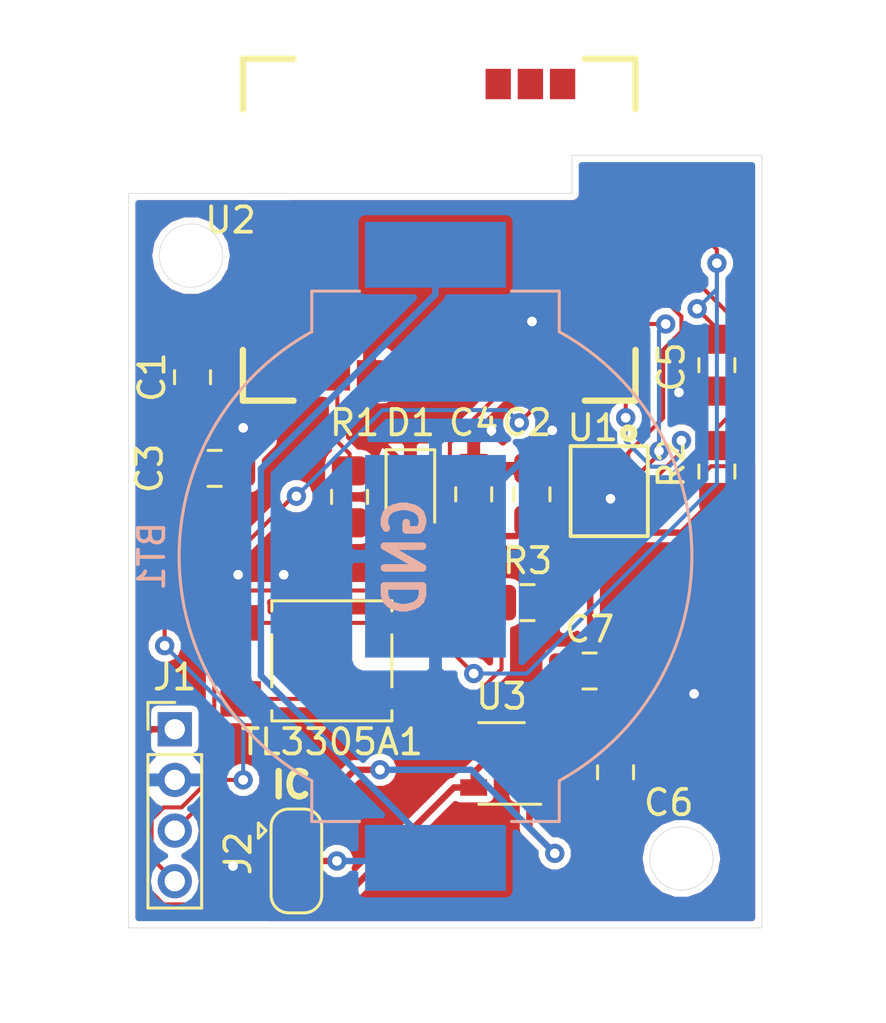
<source format=kicad_pcb>
(kicad_pcb (version 20171130) (host pcbnew "(5.0.2)-1")

  (general
    (thickness 1.6)
    (drawings 10)
    (tracks 208)
    (zones 0)
    (modules 18)
    (nets 32)
  )

  (page A4)
  (layers
    (0 F.Cu signal)
    (31 B.Cu signal)
    (32 B.Adhes user)
    (33 F.Adhes user)
    (34 B.Paste user)
    (35 F.Paste user)
    (36 B.SilkS user)
    (37 F.SilkS user)
    (38 B.Mask user)
    (39 F.Mask user)
    (40 Dwgs.User user)
    (41 Cmts.User user)
    (42 Eco1.User user)
    (43 Eco2.User user)
    (44 Edge.Cuts user)
    (45 Margin user)
    (46 B.CrtYd user)
    (47 F.CrtYd user)
    (48 B.Fab user)
    (49 F.Fab user)
  )

  (setup
    (last_trace_width 0.254)
    (user_trace_width 0.16)
    (user_trace_width 0.508)
    (trace_clearance 0.16)
    (zone_clearance 0.254)
    (zone_45_only no)
    (trace_min 0.16)
    (segment_width 0.2)
    (edge_width 0.2)
    (via_size 0.762)
    (via_drill 0.381)
    (via_min_size 0.6858)
    (via_min_drill 0.3302)
    (user_via 0.6858 0.3302)
    (uvia_size 0.762)
    (uvia_drill 0.381)
    (uvias_allowed no)
    (uvia_min_size 0.2)
    (uvia_min_drill 0.1)
    (pcb_text_width 0.3)
    (pcb_text_size 1.5 1.5)
    (mod_edge_width 0.15)
    (mod_text_size 1 1)
    (mod_text_width 0.15)
    (pad_size 1.524 1.524)
    (pad_drill 0.762)
    (pad_to_mask_clearance 0.0508)
    (solder_mask_min_width 0.25)
    (aux_axis_origin 0 0)
    (grid_origin 137.922 95.758)
    (visible_elements 7FFFFFFF)
    (pcbplotparams
      (layerselection 0x010fc_ffffffff)
      (usegerberextensions false)
      (usegerberattributes false)
      (usegerberadvancedattributes false)
      (creategerberjobfile false)
      (excludeedgelayer true)
      (linewidth 0.100000)
      (plotframeref false)
      (viasonmask false)
      (mode 1)
      (useauxorigin false)
      (hpglpennumber 1)
      (hpglpenspeed 20)
      (hpglpendiameter 15.000000)
      (psnegative false)
      (psa4output false)
      (plotreference true)
      (plotvalue true)
      (plotinvisibletext false)
      (padsonsilk false)
      (subtractmaskfromsilk false)
      (outputformat 1)
      (mirror false)
      (drillshape 0)
      (scaleselection 1)
      (outputdirectory "Gerber/"))
  )

  (net 0 "")
  (net 1 GND)
  (net 2 Vdd)
  (net 3 "Net-(C1-Pad1)")
  (net 4 "Net-(C5-Pad1)")
  (net 5 "Net-(D1-Pad2)")
  (net 6 JTCK-SWCTK)
  (net 7 JTMS-SWTDIO)
  (net 8 "Net-(R1-Pad1)")
  (net 9 SPI_CLK)
  (net 10 SPI_CS)
  (net 11 SPI_OUT)
  (net 12 SPI_IN)
  (net 13 DIO12-INT)
  (net 14 "Net-(U1-Pad10)")
  (net 15 "Net-(U1-Pad9)")
  (net 16 "Net-(U2-Pad4)")
  (net 17 "Net-(U2-Pad3)")
  (net 18 "Net-(U2-Pad2)")
  (net 19 "Net-(U2-Pad1)")
  (net 20 "Net-(U2-Pad6)")
  (net 21 "Net-(U2-Pad9)")
  (net 22 "Net-(U2-Pad10)")
  (net 23 "Net-(U2-Pad11)")
  (net 24 "Net-(U2-Pad14)")
  (net 25 "Net-(U2-Pad21)")
  (net 26 "Net-(U2-Pad22)")
  (net 27 "Net-(U2-Pad23)")
  (net 28 "Net-(BT1-Pad1)")
  (net 29 "Net-(C6-Pad2)")
  (net 30 "Net-(U3-Pad4)")
  (net 31 "Net-(R3-Pad1)")

  (net_class Default "This is the default net class."
    (clearance 0.16)
    (trace_width 0.254)
    (via_dia 0.762)
    (via_drill 0.381)
    (uvia_dia 0.762)
    (uvia_drill 0.381)
    (add_net DIO12-INT)
    (add_net GND)
    (add_net JTCK-SWCTK)
    (add_net JTMS-SWTDIO)
    (add_net "Net-(BT1-Pad1)")
    (add_net "Net-(C1-Pad1)")
    (add_net "Net-(C5-Pad1)")
    (add_net "Net-(C6-Pad2)")
    (add_net "Net-(D1-Pad2)")
    (add_net "Net-(R1-Pad1)")
    (add_net "Net-(R3-Pad1)")
    (add_net "Net-(U1-Pad10)")
    (add_net "Net-(U1-Pad9)")
    (add_net "Net-(U2-Pad1)")
    (add_net "Net-(U2-Pad10)")
    (add_net "Net-(U2-Pad11)")
    (add_net "Net-(U2-Pad14)")
    (add_net "Net-(U2-Pad2)")
    (add_net "Net-(U2-Pad21)")
    (add_net "Net-(U2-Pad22)")
    (add_net "Net-(U2-Pad23)")
    (add_net "Net-(U2-Pad3)")
    (add_net "Net-(U2-Pad4)")
    (add_net "Net-(U2-Pad6)")
    (add_net "Net-(U2-Pad9)")
    (add_net "Net-(U3-Pad4)")
    (add_net SPI_CLK)
    (add_net SPI_CS)
    (add_net SPI_IN)
    (add_net SPI_OUT)
    (add_net Vdd)
  )

  (module SPBTLE-1S:LSM6DS3 (layer F.Cu) (tedit 5C7DA51E) (tstamp 5C7DABF6)
    (at 156.972 79.756 270)
    (path /5C7C28DD)
    (fp_text reference U1 (at -2.498 0.65) (layer F.SilkS)
      (effects (font (size 1 1) (thickness 0.15)))
    )
    (fp_text value LSM6DS3 (at 2.702 -1.45) (layer F.Fab)
      (effects (font (size 1 1) (thickness 0.15)))
    )
    (fp_line (start -1.5 -1.25) (end 1.5 -1.25) (layer F.Fab) (width 0.15))
    (fp_line (start 1.5 -1.25) (end 1.5 1.25) (layer F.Fab) (width 0.15))
    (fp_line (start 1.5 1.25) (end -1.5 1.25) (layer F.Fab) (width 0.15))
    (fp_line (start -1.5 1.25) (end -1.5 -1.25) (layer F.Fab) (width 0.15))
    (fp_circle (center -2.286 -0.762) (end -2.186 -0.762) (layer F.SilkS) (width 0.25))
    (fp_line (start 1.778 -1.524) (end -1.778 -1.524) (layer F.SilkS) (width 0.15))
    (fp_line (start -1.778 -1.524) (end -1.778 1.524) (layer F.SilkS) (width 0.15))
    (fp_line (start -1.778 1.524) (end 1.778 1.524) (layer F.SilkS) (width 0.15))
    (fp_line (start 1.778 1.524) (end 1.778 -1.524) (layer F.SilkS) (width 0.15))
    (pad 6 smd rect (at 0 0.875 270) (size 0.2 0.45) (layers F.Cu F.Paste F.Mask)
      (net 1 GND))
    (pad 13 smd rect (at 0 -0.875 270) (size 0.2 0.45) (layers F.Cu F.Paste F.Mask)
      (net 9 SPI_CLK))
    (pad 12 smd rect (at 0.5 -0.875 270) (size 0.2 0.45) (layers F.Cu F.Paste F.Mask)
      (net 10 SPI_CS))
    (pad 14 smd rect (at -0.5 -0.875 270) (size 0.2 0.45) (layers F.Cu F.Paste F.Mask)
      (net 11 SPI_OUT))
    (pad 5 smd rect (at -0.5 0.875 270) (size 0.2 0.45) (layers F.Cu F.Paste F.Mask)
      (net 2 Vdd))
    (pad 7 smd rect (at 0.5 0.875 270) (size 0.2 0.45) (layers F.Cu F.Paste F.Mask)
      (net 1 GND))
    (pad 2 smd rect (at -1.125 -0.25 270) (size 0.45 0.2) (layers F.Cu F.Paste F.Mask)
      (net 1 GND))
    (pad 1 smd rect (at -1.125 -0.75 270) (size 0.45 0.2) (layers F.Cu F.Paste F.Mask)
      (net 12 SPI_IN))
    (pad 3 smd rect (at -1.125 0.25 270) (size 0.45 0.2) (layers F.Cu F.Paste F.Mask)
      (net 1 GND))
    (pad 4 smd rect (at -1.125 0.75 270) (size 0.45 0.2) (layers F.Cu F.Paste F.Mask)
      (net 13 DIO12-INT))
    (pad 10 smd rect (at 1.125 -0.25 270) (size 0.45 0.2) (layers F.Cu F.Paste F.Mask)
      (net 14 "Net-(U1-Pad10)"))
    (pad 11 smd rect (at 1.125 -0.75 270) (size 0.45 0.2) (layers F.Cu F.Paste F.Mask))
    (pad 9 smd rect (at 1.125 0.25 270) (size 0.45 0.2) (layers F.Cu F.Paste F.Mask)
      (net 15 "Net-(U1-Pad9)"))
    (pad 8 smd rect (at 1.125 0.75 270) (size 0.45 0.2) (layers F.Cu F.Paste F.Mask)
      (net 2 Vdd))
  )

  (module Battery:BatteryHolder_MPD_BC2003_1x2032 (layer B.Cu) (tedit 5AED2918) (tstamp 5CBE5D30)
    (at 150.114 82.329 270)
    (descr http://www.memoryprotectiondevices.com/datasheets/BC-2003-datasheet.pdf)
    (tags "BC2003 CR2032 2032 Battery Holder")
    (path /5C7C2ECA)
    (attr smd)
    (fp_text reference BT1 (at 0 11.2 270) (layer B.SilkS)
      (effects (font (size 1 1) (thickness 0.15)) (justify mirror))
    )
    (fp_text value Battery_Cell (at 0 -11.2 270) (layer B.Fab)
      (effects (font (size 1 1) (thickness 0.15)) (justify mirror))
    )
    (fp_line (start -10.35 -4.765) (end 10.35 -4.765) (layer B.Fab) (width 0.1))
    (fp_line (start -10.35 4.765) (end 10.35 4.765) (layer B.Fab) (width 0.1))
    (fp_line (start -10.35 -4.765) (end -10.35 4.765) (layer B.Fab) (width 0.1))
    (fp_line (start 10.35 -4.765) (end 10.35 4.765) (layer B.Fab) (width 0.1))
    (fp_line (start 10.35 -2.525) (end 12 -2.525) (layer B.Fab) (width 0.1))
    (fp_line (start 10.35 2.525) (end 12 2.525) (layer B.Fab) (width 0.1))
    (fp_line (start 12.7 1.825) (end 12 2.525) (layer B.Fab) (width 0.1))
    (fp_line (start 12.7 -1.825) (end 12 -2.525) (layer B.Fab) (width 0.1))
    (fp_line (start 12.7 1.825) (end 12.7 -1.825) (layer B.Fab) (width 0.1))
    (fp_line (start -10.35 2.525) (end -12 2.525) (layer B.Fab) (width 0.1))
    (fp_line (start -10.35 -2.525) (end -12 -2.525) (layer B.Fab) (width 0.1))
    (fp_line (start -12.7 1.825) (end -12 2.525) (layer B.Fab) (width 0.1))
    (fp_line (start -12.7 -1.825) (end -12 -2.525) (layer B.Fab) (width 0.1))
    (fp_line (start -12.7 1.825) (end -12.7 -1.825) (layer B.Fab) (width 0.1))
    (fp_text user %R (at 0 0 270) (layer B.Fab)
      (effects (font (size 1 1) (thickness 0.15)) (justify mirror))
    )
    (fp_line (start -10.47 4.885) (end -8.86291 4.885) (layer B.SilkS) (width 0.12))
    (fp_line (start -10.47 3) (end -10.47 4.885) (layer B.SilkS) (width 0.12))
    (fp_line (start 10.47 3) (end 10.47 4.885) (layer B.SilkS) (width 0.12))
    (fp_line (start -10.47 -3) (end -10.47 -4.885) (layer B.SilkS) (width 0.12))
    (fp_line (start 10.47 -3) (end 10.47 -4.885) (layer B.SilkS) (width 0.12))
    (fp_line (start 10.47 4.885) (end 8.86291 4.885) (layer B.SilkS) (width 0.12))
    (fp_line (start -10.47 -4.885) (end -8.86291 -4.885) (layer B.SilkS) (width 0.12))
    (fp_line (start 10.47 -4.885) (end 8.86291 -4.885) (layer B.SilkS) (width 0.12))
    (fp_line (start 8.94 5.01) (end 10.6 5.01) (layer B.CrtYd) (width 0.05))
    (fp_line (start 10.6 5.01) (end 10.6 3.03) (layer B.CrtYd) (width 0.05))
    (fp_line (start 10.6 3.03) (end 13.45 3.03) (layer B.CrtYd) (width 0.05))
    (fp_line (start 13.45 3.03) (end 13.45 -3.03) (layer B.CrtYd) (width 0.05))
    (fp_line (start 10.6 -3.03) (end 13.45 -3.03) (layer B.CrtYd) (width 0.05))
    (fp_line (start 10.6 -5.01) (end 10.6 -3.03) (layer B.CrtYd) (width 0.05))
    (fp_arc (start 0 0) (end 8.94 5.01) (angle 121.4) (layer B.CrtYd) (width 0.05))
    (fp_line (start 8.94 -5.01) (end 10.6 -5.01) (layer B.CrtYd) (width 0.05))
    (fp_line (start -8.94 5.01) (end -10.6 5.01) (layer B.CrtYd) (width 0.05))
    (fp_line (start -10.6 5.01) (end -10.6 3.03) (layer B.CrtYd) (width 0.05))
    (fp_line (start -10.6 3.03) (end -13.45 3.03) (layer B.CrtYd) (width 0.05))
    (fp_line (start -13.45 3.03) (end -13.45 -3.03) (layer B.CrtYd) (width 0.05))
    (fp_line (start -13.45 -3.03) (end -10.6 -3.03) (layer B.CrtYd) (width 0.05))
    (fp_line (start -10.6 -5.01) (end -10.6 -3.03) (layer B.CrtYd) (width 0.05))
    (fp_line (start -10.6 -5.01) (end -8.94 -5.01) (layer B.CrtYd) (width 0.05))
    (fp_arc (start 0 0) (end -8.94 -5.01) (angle 121.3) (layer B.CrtYd) (width 0.05))
    (fp_arc (start 0 0) (end 8.86291 4.885) (angle 122.2752329) (layer B.SilkS) (width 0.12))
    (fp_arc (start 0 0) (end -8.86291 -4.885) (angle 122.3) (layer B.SilkS) (width 0.12))
    (pad 2 smd rect (at 0 0 270) (size 8 5.56) (layers B.Cu B.Paste B.Mask)
      (net 1 GND))
    (pad 1 smd rect (at 11.905 0 270) (size 2.6 5.56) (layers B.Cu B.Paste B.Mask)
      (net 28 "Net-(BT1-Pad1)"))
    (pad 1 smd rect (at -11.905 0 270) (size 2.6 5.56) (layers B.Cu B.Paste B.Mask)
      (net 28 "Net-(BT1-Pad1)"))
    (model ${KISYS3DMOD}/Battery.3dshapes/BatteryHolder_MPD_BC2003_1x2032.wrl
      (at (xyz 0 0 0))
      (scale (xyz 1 1 1))
      (rotate (xyz 0 0 0))
    )
  )

  (module Capacitor_SMD:C_0805_2012Metric_Pad1.15x1.40mm_HandSolder (layer F.Cu) (tedit 5B36C52B) (tstamp 5C7E99A6)
    (at 140.522 75.258 270)
    (descr "Capacitor SMD 0805 (2012 Metric), square (rectangular) end terminal, IPC_7351 nominal with elongated pad for handsoldering. (Body size source: https://docs.google.com/spreadsheets/d/1BsfQQcO9C6DZCsRaXUlFlo91Tg2WpOkGARC1WS5S8t0/edit?usp=sharing), generated with kicad-footprint-generator")
    (tags "capacitor handsolder")
    (path /5C7C3846)
    (attr smd)
    (fp_text reference C1 (at 0 1.6 270) (layer F.SilkS)
      (effects (font (size 1 1) (thickness 0.15)))
    )
    (fp_text value 2.2u (at -0.1 0 270) (layer F.Fab)
      (effects (font (size 1 1) (thickness 0.15)))
    )
    (fp_line (start -1 0.6) (end -1 -0.6) (layer F.Fab) (width 0.1))
    (fp_line (start -1 -0.6) (end 1 -0.6) (layer F.Fab) (width 0.1))
    (fp_line (start 1 -0.6) (end 1 0.6) (layer F.Fab) (width 0.1))
    (fp_line (start 1 0.6) (end -1 0.6) (layer F.Fab) (width 0.1))
    (fp_line (start -0.261252 -0.71) (end 0.261252 -0.71) (layer F.SilkS) (width 0.12))
    (fp_line (start -0.261252 0.71) (end 0.261252 0.71) (layer F.SilkS) (width 0.12))
    (fp_line (start -1.85 0.95) (end -1.85 -0.95) (layer F.CrtYd) (width 0.05))
    (fp_line (start -1.85 -0.95) (end 1.85 -0.95) (layer F.CrtYd) (width 0.05))
    (fp_line (start 1.85 -0.95) (end 1.85 0.95) (layer F.CrtYd) (width 0.05))
    (fp_line (start 1.85 0.95) (end -1.85 0.95) (layer F.CrtYd) (width 0.05))
    (fp_text user %R (at 0 0 90) (layer F.Fab)
      (effects (font (size 0.5 0.5) (thickness 0.08)))
    )
    (pad 1 smd roundrect (at -1.025 0 270) (size 1.15 1.4) (layers F.Cu F.Paste F.Mask) (roundrect_rratio 0.217391)
      (net 3 "Net-(C1-Pad1)"))
    (pad 2 smd roundrect (at 1.025 0 270) (size 1.15 1.4) (layers F.Cu F.Paste F.Mask) (roundrect_rratio 0.217391)
      (net 1 GND))
    (model ${KISYS3DMOD}/Capacitor_SMD.3dshapes/C_0805_2012Metric.wrl
      (at (xyz 0 0 0))
      (scale (xyz 1 1 1))
      (rotate (xyz 0 0 0))
    )
  )

  (module Capacitor_SMD:C_0805_2012Metric_Pad1.15x1.40mm_HandSolder (layer F.Cu) (tedit 5B36C52B) (tstamp 5C925063)
    (at 153.922 79.883 270)
    (descr "Capacitor SMD 0805 (2012 Metric), square (rectangular) end terminal, IPC_7351 nominal with elongated pad for handsoldering. (Body size source: https://docs.google.com/spreadsheets/d/1BsfQQcO9C6DZCsRaXUlFlo91Tg2WpOkGARC1WS5S8t0/edit?usp=sharing), generated with kicad-footprint-generator")
    (tags "capacitor handsolder")
    (path /5C7C8FE0)
    (attr smd)
    (fp_text reference C2 (at -2.825 0.2) (layer F.SilkS)
      (effects (font (size 1 1) (thickness 0.15)))
    )
    (fp_text value 100n (at 0.075 0.1 270) (layer F.Fab)
      (effects (font (size 1 1) (thickness 0.15)))
    )
    (fp_text user %R (at -2.925 -1.1 270) (layer F.Fab)
      (effects (font (size 0.5 0.5) (thickness 0.08)))
    )
    (fp_line (start 1.85 0.95) (end -1.85 0.95) (layer F.CrtYd) (width 0.05))
    (fp_line (start 1.85 -0.95) (end 1.85 0.95) (layer F.CrtYd) (width 0.05))
    (fp_line (start -1.85 -0.95) (end 1.85 -0.95) (layer F.CrtYd) (width 0.05))
    (fp_line (start -1.85 0.95) (end -1.85 -0.95) (layer F.CrtYd) (width 0.05))
    (fp_line (start -0.261252 0.71) (end 0.261252 0.71) (layer F.SilkS) (width 0.12))
    (fp_line (start -0.261252 -0.71) (end 0.261252 -0.71) (layer F.SilkS) (width 0.12))
    (fp_line (start 1 0.6) (end -1 0.6) (layer F.Fab) (width 0.1))
    (fp_line (start 1 -0.6) (end 1 0.6) (layer F.Fab) (width 0.1))
    (fp_line (start -1 -0.6) (end 1 -0.6) (layer F.Fab) (width 0.1))
    (fp_line (start -1 0.6) (end -1 -0.6) (layer F.Fab) (width 0.1))
    (pad 2 smd roundrect (at 1.025 0 270) (size 1.15 1.4) (layers F.Cu F.Paste F.Mask) (roundrect_rratio 0.217391)
      (net 2 Vdd))
    (pad 1 smd roundrect (at -1.025 0 270) (size 1.15 1.4) (layers F.Cu F.Paste F.Mask) (roundrect_rratio 0.217391)
      (net 1 GND))
    (model ${KISYS3DMOD}/Capacitor_SMD.3dshapes/C_0805_2012Metric.wrl
      (at (xyz 0 0 0))
      (scale (xyz 1 1 1))
      (rotate (xyz 0 0 0))
    )
  )

  (module Capacitor_SMD:C_0805_2012Metric_Pad1.15x1.40mm_HandSolder (layer F.Cu) (tedit 5B36C52B) (tstamp 5CBE5D63)
    (at 141.397 78.858 180)
    (descr "Capacitor SMD 0805 (2012 Metric), square (rectangular) end terminal, IPC_7351 nominal with elongated pad for handsoldering. (Body size source: https://docs.google.com/spreadsheets/d/1BsfQQcO9C6DZCsRaXUlFlo91Tg2WpOkGARC1WS5S8t0/edit?usp=sharing), generated with kicad-footprint-generator")
    (tags "capacitor handsolder")
    (path /5C7C3892)
    (attr smd)
    (fp_text reference C3 (at 2.575 0 90) (layer F.SilkS)
      (effects (font (size 1 1) (thickness 0.15)))
    )
    (fp_text value 100n (at 0.075 0 180) (layer F.Fab)
      (effects (font (size 1 1) (thickness 0.15)))
    )
    (fp_text user %R (at 0 0 180) (layer F.Fab)
      (effects (font (size 0.5 0.5) (thickness 0.08)))
    )
    (fp_line (start 1.85 0.95) (end -1.85 0.95) (layer F.CrtYd) (width 0.05))
    (fp_line (start 1.85 -0.95) (end 1.85 0.95) (layer F.CrtYd) (width 0.05))
    (fp_line (start -1.85 -0.95) (end 1.85 -0.95) (layer F.CrtYd) (width 0.05))
    (fp_line (start -1.85 0.95) (end -1.85 -0.95) (layer F.CrtYd) (width 0.05))
    (fp_line (start -0.261252 0.71) (end 0.261252 0.71) (layer F.SilkS) (width 0.12))
    (fp_line (start -0.261252 -0.71) (end 0.261252 -0.71) (layer F.SilkS) (width 0.12))
    (fp_line (start 1 0.6) (end -1 0.6) (layer F.Fab) (width 0.1))
    (fp_line (start 1 -0.6) (end 1 0.6) (layer F.Fab) (width 0.1))
    (fp_line (start -1 -0.6) (end 1 -0.6) (layer F.Fab) (width 0.1))
    (fp_line (start -1 0.6) (end -1 -0.6) (layer F.Fab) (width 0.1))
    (pad 2 smd roundrect (at 1.025 0 180) (size 1.15 1.4) (layers F.Cu F.Paste F.Mask) (roundrect_rratio 0.217391)
      (net 1 GND))
    (pad 1 smd roundrect (at -1.025 0 180) (size 1.15 1.4) (layers F.Cu F.Paste F.Mask) (roundrect_rratio 0.217391)
      (net 3 "Net-(C1-Pad1)"))
    (model ${KISYS3DMOD}/Capacitor_SMD.3dshapes/C_0805_2012Metric.wrl
      (at (xyz 0 0 0))
      (scale (xyz 1 1 1))
      (rotate (xyz 0 0 0))
    )
  )

  (module Capacitor_SMD:C_0805_2012Metric_Pad1.15x1.40mm_HandSolder (layer F.Cu) (tedit 5B36C52B) (tstamp 5CBE5D74)
    (at 151.622 79.883 90)
    (descr "Capacitor SMD 0805 (2012 Metric), square (rectangular) end terminal, IPC_7351 nominal with elongated pad for handsoldering. (Body size source: https://docs.google.com/spreadsheets/d/1BsfQQcO9C6DZCsRaXUlFlo91Tg2WpOkGARC1WS5S8t0/edit?usp=sharing), generated with kicad-footprint-generator")
    (tags "capacitor handsolder")
    (path /5C7CCB62)
    (attr smd)
    (fp_text reference C4 (at 2.825 0 180) (layer F.SilkS)
      (effects (font (size 1 1) (thickness 0.15)))
    )
    (fp_text value 100n (at -0.075 0 90) (layer F.Fab)
      (effects (font (size 1 1) (thickness 0.15)))
    )
    (fp_line (start -1 0.6) (end -1 -0.6) (layer F.Fab) (width 0.1))
    (fp_line (start -1 -0.6) (end 1 -0.6) (layer F.Fab) (width 0.1))
    (fp_line (start 1 -0.6) (end 1 0.6) (layer F.Fab) (width 0.1))
    (fp_line (start 1 0.6) (end -1 0.6) (layer F.Fab) (width 0.1))
    (fp_line (start -0.261252 -0.71) (end 0.261252 -0.71) (layer F.SilkS) (width 0.12))
    (fp_line (start -0.261252 0.71) (end 0.261252 0.71) (layer F.SilkS) (width 0.12))
    (fp_line (start -1.85 0.95) (end -1.85 -0.95) (layer F.CrtYd) (width 0.05))
    (fp_line (start -1.85 -0.95) (end 1.85 -0.95) (layer F.CrtYd) (width 0.05))
    (fp_line (start 1.85 -0.95) (end 1.85 0.95) (layer F.CrtYd) (width 0.05))
    (fp_line (start 1.85 0.95) (end -1.85 0.95) (layer F.CrtYd) (width 0.05))
    (fp_text user %R (at 0 0 90) (layer F.Fab)
      (effects (font (size 0.5 0.5) (thickness 0.08)))
    )
    (pad 1 smd roundrect (at -1.025 0 90) (size 1.15 1.4) (layers F.Cu F.Paste F.Mask) (roundrect_rratio 0.217391)
      (net 2 Vdd))
    (pad 2 smd roundrect (at 1.025 0 90) (size 1.15 1.4) (layers F.Cu F.Paste F.Mask) (roundrect_rratio 0.217391)
      (net 1 GND))
    (model ${KISYS3DMOD}/Capacitor_SMD.3dshapes/C_0805_2012Metric.wrl
      (at (xyz 0 0 0))
      (scale (xyz 1 1 1))
      (rotate (xyz 0 0 0))
    )
  )

  (module Capacitor_SMD:C_0805_2012Metric_Pad1.15x1.40mm_HandSolder (layer F.Cu) (tedit 5B36C52B) (tstamp 5CBE5D85)
    (at 161.222 74.783 270)
    (descr "Capacitor SMD 0805 (2012 Metric), square (rectangular) end terminal, IPC_7351 nominal with elongated pad for handsoldering. (Body size source: https://docs.google.com/spreadsheets/d/1BsfQQcO9C6DZCsRaXUlFlo91Tg2WpOkGARC1WS5S8t0/edit?usp=sharing), generated with kicad-footprint-generator")
    (tags "capacitor handsolder")
    (path /5C7C50EF)
    (attr smd)
    (fp_text reference C5 (at 0.075 1.8 270) (layer F.SilkS)
      (effects (font (size 1 1) (thickness 0.15)))
    )
    (fp_text value 10n (at 0.075 0 270) (layer F.Fab)
      (effects (font (size 1 1) (thickness 0.15)))
    )
    (fp_line (start -1 0.6) (end -1 -0.6) (layer F.Fab) (width 0.1))
    (fp_line (start -1 -0.6) (end 1 -0.6) (layer F.Fab) (width 0.1))
    (fp_line (start 1 -0.6) (end 1 0.6) (layer F.Fab) (width 0.1))
    (fp_line (start 1 0.6) (end -1 0.6) (layer F.Fab) (width 0.1))
    (fp_line (start -0.261252 -0.71) (end 0.261252 -0.71) (layer F.SilkS) (width 0.12))
    (fp_line (start -0.261252 0.71) (end 0.261252 0.71) (layer F.SilkS) (width 0.12))
    (fp_line (start -1.85 0.95) (end -1.85 -0.95) (layer F.CrtYd) (width 0.05))
    (fp_line (start -1.85 -0.95) (end 1.85 -0.95) (layer F.CrtYd) (width 0.05))
    (fp_line (start 1.85 -0.95) (end 1.85 0.95) (layer F.CrtYd) (width 0.05))
    (fp_line (start 1.85 0.95) (end -1.85 0.95) (layer F.CrtYd) (width 0.05))
    (fp_text user %R (at 0 0 270) (layer F.Fab)
      (effects (font (size 0.5 0.5) (thickness 0.08)))
    )
    (pad 1 smd roundrect (at -1.025 0 270) (size 1.15 1.4) (layers F.Cu F.Paste F.Mask) (roundrect_rratio 0.217391)
      (net 4 "Net-(C5-Pad1)"))
    (pad 2 smd roundrect (at 1.025 0 270) (size 1.15 1.4) (layers F.Cu F.Paste F.Mask) (roundrect_rratio 0.217391)
      (net 1 GND))
    (model ${KISYS3DMOD}/Capacitor_SMD.3dshapes/C_0805_2012Metric.wrl
      (at (xyz 0 0 0))
      (scale (xyz 1 1 1))
      (rotate (xyz 0 0 0))
    )
  )

  (module LED_SMD:LED_0805_2012Metric_Pad1.15x1.40mm_HandSolder (layer F.Cu) (tedit 5B4B45C9) (tstamp 5CBE5D98)
    (at 149.122 79.983 270)
    (descr "LED SMD 0805 (2012 Metric), square (rectangular) end terminal, IPC_7351 nominal, (Body size source: https://docs.google.com/spreadsheets/d/1BsfQQcO9C6DZCsRaXUlFlo91Tg2WpOkGARC1WS5S8t0/edit?usp=sharing), generated with kicad-footprint-generator")
    (tags "LED handsolder")
    (path /5C7C3189)
    (attr smd)
    (fp_text reference D1 (at -2.925 0) (layer F.SilkS)
      (effects (font (size 1 1) (thickness 0.15)))
    )
    (fp_text value LED (at 0 0 270) (layer F.Fab)
      (effects (font (size 1 1) (thickness 0.15)))
    )
    (fp_line (start 1 -0.6) (end -0.7 -0.6) (layer F.Fab) (width 0.1))
    (fp_line (start -0.7 -0.6) (end -1 -0.3) (layer F.Fab) (width 0.1))
    (fp_line (start -1 -0.3) (end -1 0.6) (layer F.Fab) (width 0.1))
    (fp_line (start -1 0.6) (end 1 0.6) (layer F.Fab) (width 0.1))
    (fp_line (start 1 0.6) (end 1 -0.6) (layer F.Fab) (width 0.1))
    (fp_line (start 1 -0.96) (end -1.86 -0.96) (layer F.SilkS) (width 0.12))
    (fp_line (start -1.86 -0.96) (end -1.86 0.96) (layer F.SilkS) (width 0.12))
    (fp_line (start -1.86 0.96) (end 1 0.96) (layer F.SilkS) (width 0.12))
    (fp_line (start -1.85 0.95) (end -1.85 -0.95) (layer F.CrtYd) (width 0.05))
    (fp_line (start -1.85 -0.95) (end 1.85 -0.95) (layer F.CrtYd) (width 0.05))
    (fp_line (start 1.85 -0.95) (end 1.85 0.95) (layer F.CrtYd) (width 0.05))
    (fp_line (start 1.85 0.95) (end -1.85 0.95) (layer F.CrtYd) (width 0.05))
    (fp_text user %R (at 0 0 270) (layer F.Fab)
      (effects (font (size 0.5 0.5) (thickness 0.08)))
    )
    (pad 1 smd roundrect (at -1.025 0 270) (size 1.15 1.4) (layers F.Cu F.Paste F.Mask) (roundrect_rratio 0.217391)
      (net 1 GND))
    (pad 2 smd roundrect (at 1.025 0 270) (size 1.15 1.4) (layers F.Cu F.Paste F.Mask) (roundrect_rratio 0.217391)
      (net 5 "Net-(D1-Pad2)"))
    (model ${KISYS3DMOD}/LED_SMD.3dshapes/LED_0805_2012Metric.wrl
      (at (xyz 0 0 0))
      (scale (xyz 1 1 1))
      (rotate (xyz 0 0 0))
    )
  )

  (module Resistor_SMD:R_0805_2012Metric_Pad1.15x1.40mm_HandSolder (layer F.Cu) (tedit 5B36C52B) (tstamp 5CBE5DB1)
    (at 146.722 79.983 270)
    (descr "Resistor SMD 0805 (2012 Metric), square (rectangular) end terminal, IPC_7351 nominal with elongated pad for handsoldering. (Body size source: https://docs.google.com/spreadsheets/d/1BsfQQcO9C6DZCsRaXUlFlo91Tg2WpOkGARC1WS5S8t0/edit?usp=sharing), generated with kicad-footprint-generator")
    (tags "resistor handsolder")
    (path /5C7C3275)
    (attr smd)
    (fp_text reference R1 (at -2.925 -0.2) (layer F.SilkS)
      (effects (font (size 1 1) (thickness 0.15)))
    )
    (fp_text value 680 (at 0 0 270) (layer F.Fab)
      (effects (font (size 1 1) (thickness 0.15)))
    )
    (fp_line (start -1 0.6) (end -1 -0.6) (layer F.Fab) (width 0.1))
    (fp_line (start -1 -0.6) (end 1 -0.6) (layer F.Fab) (width 0.1))
    (fp_line (start 1 -0.6) (end 1 0.6) (layer F.Fab) (width 0.1))
    (fp_line (start 1 0.6) (end -1 0.6) (layer F.Fab) (width 0.1))
    (fp_line (start -0.261252 -0.71) (end 0.261252 -0.71) (layer F.SilkS) (width 0.12))
    (fp_line (start -0.261252 0.71) (end 0.261252 0.71) (layer F.SilkS) (width 0.12))
    (fp_line (start -1.85 0.95) (end -1.85 -0.95) (layer F.CrtYd) (width 0.05))
    (fp_line (start -1.85 -0.95) (end 1.85 -0.95) (layer F.CrtYd) (width 0.05))
    (fp_line (start 1.85 -0.95) (end 1.85 0.95) (layer F.CrtYd) (width 0.05))
    (fp_line (start 1.85 0.95) (end -1.85 0.95) (layer F.CrtYd) (width 0.05))
    (fp_text user %R (at 0.762 0.254 270) (layer F.Fab)
      (effects (font (size 0.5 0.5) (thickness 0.08)))
    )
    (pad 1 smd roundrect (at -1.025 0 270) (size 1.15 1.4) (layers F.Cu F.Paste F.Mask) (roundrect_rratio 0.217391)
      (net 8 "Net-(R1-Pad1)"))
    (pad 2 smd roundrect (at 1.025 0 270) (size 1.15 1.4) (layers F.Cu F.Paste F.Mask) (roundrect_rratio 0.217391)
      (net 5 "Net-(D1-Pad2)"))
    (model ${KISYS3DMOD}/Resistor_SMD.3dshapes/R_0805_2012Metric.wrl
      (at (xyz 0 0 0))
      (scale (xyz 1 1 1))
      (rotate (xyz 0 0 0))
    )
  )

  (module Resistor_SMD:R_0805_2012Metric_Pad1.15x1.40mm_HandSolder (layer F.Cu) (tedit 5B36C52B) (tstamp 5CBE5DC2)
    (at 161.222 78.983 90)
    (descr "Resistor SMD 0805 (2012 Metric), square (rectangular) end terminal, IPC_7351 nominal with elongated pad for handsoldering. (Body size source: https://docs.google.com/spreadsheets/d/1BsfQQcO9C6DZCsRaXUlFlo91Tg2WpOkGARC1WS5S8t0/edit?usp=sharing), generated with kicad-footprint-generator")
    (tags "resistor handsolder")
    (path /5C7C52BC)
    (attr smd)
    (fp_text reference R2 (at 0.325 -1.8 90) (layer F.SilkS)
      (effects (font (size 1 1) (thickness 0.15)))
    )
    (fp_text value 100k (at -0.075 0.1 90) (layer F.Fab)
      (effects (font (size 1 1) (thickness 0.15)))
    )
    (fp_text user %R (at 0 0 90) (layer F.Fab)
      (effects (font (size 0.5 0.5) (thickness 0.08)))
    )
    (fp_line (start 1.85 0.95) (end -1.85 0.95) (layer F.CrtYd) (width 0.05))
    (fp_line (start 1.85 -0.95) (end 1.85 0.95) (layer F.CrtYd) (width 0.05))
    (fp_line (start -1.85 -0.95) (end 1.85 -0.95) (layer F.CrtYd) (width 0.05))
    (fp_line (start -1.85 0.95) (end -1.85 -0.95) (layer F.CrtYd) (width 0.05))
    (fp_line (start -0.261252 0.71) (end 0.261252 0.71) (layer F.SilkS) (width 0.12))
    (fp_line (start -0.261252 -0.71) (end 0.261252 -0.71) (layer F.SilkS) (width 0.12))
    (fp_line (start 1 0.6) (end -1 0.6) (layer F.Fab) (width 0.1))
    (fp_line (start 1 -0.6) (end 1 0.6) (layer F.Fab) (width 0.1))
    (fp_line (start -1 -0.6) (end 1 -0.6) (layer F.Fab) (width 0.1))
    (fp_line (start -1 0.6) (end -1 -0.6) (layer F.Fab) (width 0.1))
    (pad 2 smd roundrect (at 1.025 0 90) (size 1.15 1.4) (layers F.Cu F.Paste F.Mask) (roundrect_rratio 0.217391)
      (net 4 "Net-(C5-Pad1)"))
    (pad 1 smd roundrect (at -1.025 0 90) (size 1.15 1.4) (layers F.Cu F.Paste F.Mask) (roundrect_rratio 0.217391)
      (net 2 Vdd))
    (model ${KISYS3DMOD}/Resistor_SMD.3dshapes/R_0805_2012Metric.wrl
      (at (xyz 0 0 0))
      (scale (xyz 1 1 1))
      (rotate (xyz 0 0 0))
    )
  )

  (module SPBTLE-1S:SPBTLE-1S (layer F.Cu) (tedit 5C7D5CEF) (tstamp 5CBE5E04)
    (at 143.51 75.184)
    (path /5C7C2BC4)
    (fp_text reference U2 (at -1.488 -6.126) (layer F.SilkS)
      (effects (font (size 1 1) (thickness 0.15)))
    )
    (fp_text value SPBTLE-1S (at 7.112 -13.97) (layer F.Fab)
      (effects (font (size 1 1) (thickness 0.15)))
    )
    (fp_line (start 13.5 -11.5) (end 0 -11.5) (layer F.Fab) (width 0.15))
    (fp_line (start 0 -11.5) (end 0 0) (layer F.Fab) (width 0.15))
    (fp_line (start 0 0) (end 13.5 0) (layer F.Fab) (width 0.15))
    (fp_line (start 13.5 0) (end 13.5 -11.5) (layer F.Fab) (width 0.15))
    (fp_line (start 14.5 -10.5) (end 14.5 -12.5) (layer F.SilkS) (width 0.25))
    (fp_line (start 14.5 -12.5) (end 12.5 -12.5) (layer F.SilkS) (width 0.25))
    (fp_line (start -1 -12.5) (end -1 -10.5) (layer F.SilkS) (width 0.25))
    (fp_line (start -1 -12.5) (end 1 -12.5) (layer F.SilkS) (width 0.25))
    (fp_line (start -1 -1) (end -1 1) (layer F.SilkS) (width 0.25))
    (fp_line (start -1 1) (end 1 1) (layer F.SilkS) (width 0.25))
    (fp_line (start 14.5 -1) (end 14.5 1) (layer F.SilkS) (width 0.25))
    (fp_line (start 12.5 1) (end 14.5 1) (layer F.SilkS) (width 0.25))
    (pad 5 smd rect (at 0 -1) (size 1.2 1) (layers F.Cu F.Paste F.Mask)
      (net 3 "Net-(C1-Pad1)"))
    (pad 4 smd rect (at 0 -2.27) (size 1.2 1) (layers F.Cu F.Paste F.Mask)
      (net 16 "Net-(U2-Pad4)"))
    (pad 3 smd rect (at 0 -3.54) (size 1.2 1) (layers F.Cu F.Paste F.Mask)
      (net 17 "Net-(U2-Pad3)"))
    (pad 2 smd rect (at 0 -4.81) (size 1.2 1) (layers F.Cu F.Paste F.Mask)
      (net 18 "Net-(U2-Pad2)"))
    (pad 1 smd rect (at 0 -6.08) (size 1.2 1) (layers F.Cu F.Paste F.Mask)
      (net 19 "Net-(U2-Pad1)"))
    (pad 6 smd rect (at 1.46 0) (size 1 1.2) (layers F.Cu F.Paste F.Mask)
      (net 20 "Net-(U2-Pad6)"))
    (pad 7 smd rect (at 2.73 0) (size 1 1.2) (layers F.Cu F.Paste F.Mask)
      (net 8 "Net-(R1-Pad1)"))
    (pad 8 smd rect (at 4 0) (size 1 1.2) (layers F.Cu F.Paste F.Mask)
      (net 1 GND))
    (pad 9 smd rect (at 5.27 0) (size 1 1.2) (layers F.Cu F.Paste F.Mask)
      (net 21 "Net-(U2-Pad9)"))
    (pad 10 smd rect (at 6.54 0) (size 1 1.2) (layers F.Cu F.Paste F.Mask)
      (net 22 "Net-(U2-Pad10)"))
    (pad 11 smd rect (at 7.81 0) (size 1 1.2) (layers F.Cu F.Paste F.Mask)
      (net 23 "Net-(U2-Pad11)"))
    (pad 12 smd rect (at 9.08 0) (size 1 1.2) (layers F.Cu F.Paste F.Mask)
      (net 6 JTCK-SWCTK))
    (pad 13 smd rect (at 10.35 0) (size 1 1.2) (layers F.Cu F.Paste F.Mask)
      (net 7 JTMS-SWTDIO))
    (pad 14 smd rect (at 11.62 0) (size 1 1.2) (layers F.Cu F.Paste F.Mask)
      (net 24 "Net-(U2-Pad14)"))
    (pad 15 smd rect (at 13.5 -1) (size 1.2 1) (layers F.Cu F.Paste F.Mask)
      (net 9 SPI_CLK))
    (pad 16 smd rect (at 13.5 -2.27) (size 1.2 1) (layers F.Cu F.Paste F.Mask)
      (net 11 SPI_OUT))
    (pad 17 smd rect (at 13.5 -3.54) (size 1.2 1) (layers F.Cu F.Paste F.Mask)
      (net 12 SPI_IN))
    (pad 18 smd rect (at 13.5 -4.81) (size 1.2 1) (layers F.Cu F.Paste F.Mask)
      (net 10 SPI_CS))
    (pad 19 smd rect (at 13.5 -6.08) (size 1.2 1) (layers F.Cu F.Paste F.Mask)
      (net 4 "Net-(C5-Pad1)"))
    (pad 20 smd rect (at 13.5 -7.35) (size 1.2 1) (layers F.Cu F.Paste F.Mask)
      (net 13 DIO12-INT))
    (pad 21 smd rect (at 11.62 -11.5) (size 1 1.2) (layers F.Cu F.Paste F.Mask)
      (net 25 "Net-(U2-Pad21)"))
    (pad 22 smd rect (at 10.35 -11.5) (size 1 1.2) (layers F.Cu F.Paste F.Mask)
      (net 26 "Net-(U2-Pad22)"))
    (pad 23 smd rect (at 9.08 -11.5) (size 1 1.2) (layers F.Cu F.Paste F.Mask)
      (net 27 "Net-(U2-Pad23)"))
  )

  (module Capacitor_SMD:C_0805_2012Metric_Pad1.15x1.40mm_HandSolder (layer F.Cu) (tedit 5B36C52B) (tstamp 5C906E4A)
    (at 157.222 90.858 270)
    (descr "Capacitor SMD 0805 (2012 Metric), square (rectangular) end terminal, IPC_7351 nominal with elongated pad for handsoldering. (Body size source: https://docs.google.com/spreadsheets/d/1BsfQQcO9C6DZCsRaXUlFlo91Tg2WpOkGARC1WS5S8t0/edit?usp=sharing), generated with kicad-footprint-generator")
    (tags "capacitor handsolder")
    (path /5C7F5837)
    (attr smd)
    (fp_text reference C6 (at 1.2 -2.1) (layer F.SilkS)
      (effects (font (size 1 1) (thickness 0.15)))
    )
    (fp_text value 1u (at -0.1 0.1 270) (layer F.Fab)
      (effects (font (size 1 1) (thickness 0.15)))
    )
    (fp_text user %R (at 0 0 270) (layer F.Fab)
      (effects (font (size 0.5 0.5) (thickness 0.08)))
    )
    (fp_line (start 1.85 0.95) (end -1.85 0.95) (layer F.CrtYd) (width 0.05))
    (fp_line (start 1.85 -0.95) (end 1.85 0.95) (layer F.CrtYd) (width 0.05))
    (fp_line (start -1.85 -0.95) (end 1.85 -0.95) (layer F.CrtYd) (width 0.05))
    (fp_line (start -1.85 0.95) (end -1.85 -0.95) (layer F.CrtYd) (width 0.05))
    (fp_line (start -0.261252 0.71) (end 0.261252 0.71) (layer F.SilkS) (width 0.12))
    (fp_line (start -0.261252 -0.71) (end 0.261252 -0.71) (layer F.SilkS) (width 0.12))
    (fp_line (start 1 0.6) (end -1 0.6) (layer F.Fab) (width 0.1))
    (fp_line (start 1 -0.6) (end 1 0.6) (layer F.Fab) (width 0.1))
    (fp_line (start -1 -0.6) (end 1 -0.6) (layer F.Fab) (width 0.1))
    (fp_line (start -1 0.6) (end -1 -0.6) (layer F.Fab) (width 0.1))
    (pad 2 smd roundrect (at 1.025 0 270) (size 1.15 1.4) (layers F.Cu F.Paste F.Mask) (roundrect_rratio 0.217391)
      (net 29 "Net-(C6-Pad2)"))
    (pad 1 smd roundrect (at -1.025 0 270) (size 1.15 1.4) (layers F.Cu F.Paste F.Mask) (roundrect_rratio 0.217391)
      (net 1 GND))
    (model ${KISYS3DMOD}/Capacitor_SMD.3dshapes/C_0805_2012Metric.wrl
      (at (xyz 0 0 0))
      (scale (xyz 1 1 1))
      (rotate (xyz 0 0 0))
    )
  )

  (module Capacitor_SMD:C_0805_2012Metric_Pad1.15x1.40mm_HandSolder (layer F.Cu) (tedit 5B36C52B) (tstamp 5C906E5B)
    (at 156.197 86.858)
    (descr "Capacitor SMD 0805 (2012 Metric), square (rectangular) end terminal, IPC_7351 nominal with elongated pad for handsoldering. (Body size source: https://docs.google.com/spreadsheets/d/1BsfQQcO9C6DZCsRaXUlFlo91Tg2WpOkGARC1WS5S8t0/edit?usp=sharing), generated with kicad-footprint-generator")
    (tags "capacitor handsolder")
    (path /5C7F392C)
    (attr smd)
    (fp_text reference C7 (at 0 -1.65) (layer F.SilkS)
      (effects (font (size 1 1) (thickness 0.15)))
    )
    (fp_text value 1u (at 0.125 0.1) (layer F.Fab)
      (effects (font (size 1 1) (thickness 0.15)))
    )
    (fp_line (start -1 0.6) (end -1 -0.6) (layer F.Fab) (width 0.1))
    (fp_line (start -1 -0.6) (end 1 -0.6) (layer F.Fab) (width 0.1))
    (fp_line (start 1 -0.6) (end 1 0.6) (layer F.Fab) (width 0.1))
    (fp_line (start 1 0.6) (end -1 0.6) (layer F.Fab) (width 0.1))
    (fp_line (start -0.261252 -0.71) (end 0.261252 -0.71) (layer F.SilkS) (width 0.12))
    (fp_line (start -0.261252 0.71) (end 0.261252 0.71) (layer F.SilkS) (width 0.12))
    (fp_line (start -1.85 0.95) (end -1.85 -0.95) (layer F.CrtYd) (width 0.05))
    (fp_line (start -1.85 -0.95) (end 1.85 -0.95) (layer F.CrtYd) (width 0.05))
    (fp_line (start 1.85 -0.95) (end 1.85 0.95) (layer F.CrtYd) (width 0.05))
    (fp_line (start 1.85 0.95) (end -1.85 0.95) (layer F.CrtYd) (width 0.05))
    (fp_text user %R (at 0 0) (layer F.Fab)
      (effects (font (size 0.5 0.5) (thickness 0.08)))
    )
    (pad 1 smd roundrect (at -1.025 0) (size 1.15 1.4) (layers F.Cu F.Paste F.Mask) (roundrect_rratio 0.217391)
      (net 2 Vdd))
    (pad 2 smd roundrect (at 1.025 0) (size 1.15 1.4) (layers F.Cu F.Paste F.Mask) (roundrect_rratio 0.217391)
      (net 1 GND))
    (model ${KISYS3DMOD}/Capacitor_SMD.3dshapes/C_0805_2012Metric.wrl
      (at (xyz 0 0 0))
      (scale (xyz 1 1 1))
      (rotate (xyz 0 0 0))
    )
  )

  (module Jumper:SolderJumper-3_P1.3mm_Open_RoundedPad1.0x1.5mm (layer F.Cu) (tedit 5B391EB7) (tstamp 5C91F740)
    (at 144.622 94.358 270)
    (descr "SMD Solder 3-pad Jumper, 1x1.5mm rounded Pads, 0.3mm gap, open")
    (tags "solder jumper open")
    (path /5C7EB1F7)
    (attr virtual)
    (fp_text reference J2 (at -0.3 2.3 270) (layer F.SilkS)
      (effects (font (size 1 1) (thickness 0.15)))
    )
    (fp_text value Conn_01x03 (at -0.3 0 90) (layer F.Fab)
      (effects (font (size 1 1) (thickness 0.15)))
    )
    (fp_line (start -1.2 1.2) (end -0.9 1.5) (layer F.SilkS) (width 0.12))
    (fp_line (start -1.5 1.5) (end -0.9 1.5) (layer F.SilkS) (width 0.12))
    (fp_line (start -1.2 1.2) (end -1.5 1.5) (layer F.SilkS) (width 0.12))
    (fp_line (start -2.05 0.3) (end -2.05 -0.3) (layer F.SilkS) (width 0.12))
    (fp_line (start 1.4 1) (end -1.4 1) (layer F.SilkS) (width 0.12))
    (fp_line (start 2.05 -0.3) (end 2.05 0.3) (layer F.SilkS) (width 0.12))
    (fp_line (start -1.4 -1) (end 1.4 -1) (layer F.SilkS) (width 0.12))
    (fp_line (start -2.3 -1.25) (end 2.3 -1.25) (layer F.CrtYd) (width 0.05))
    (fp_line (start -2.3 -1.25) (end -2.3 1.25) (layer F.CrtYd) (width 0.05))
    (fp_line (start 2.3 1.25) (end 2.3 -1.25) (layer F.CrtYd) (width 0.05))
    (fp_line (start 2.3 1.25) (end -2.3 1.25) (layer F.CrtYd) (width 0.05))
    (fp_arc (start 1.35 -0.3) (end 2.05 -0.3) (angle -90) (layer F.SilkS) (width 0.12))
    (fp_arc (start 1.35 0.3) (end 1.35 1) (angle -90) (layer F.SilkS) (width 0.12))
    (fp_arc (start -1.35 0.3) (end -2.05 0.3) (angle -90) (layer F.SilkS) (width 0.12))
    (fp_arc (start -1.35 -0.3) (end -1.35 -1) (angle -90) (layer F.SilkS) (width 0.12))
    (pad 1 smd custom (at -1.3 0 270) (size 1 0.5) (layers F.Cu F.Mask)
      (net 29 "Net-(C6-Pad2)") (zone_connect 2)
      (options (clearance outline) (anchor rect))
      (primitives
        (gr_circle (center 0 0.25) (end 0.5 0.25) (width 0))
        (gr_circle (center 0 -0.25) (end 0.5 -0.25) (width 0))
        (gr_poly (pts
           (xy 0.55 -0.75) (xy 0 -0.75) (xy 0 0.75) (xy 0.55 0.75)) (width 0))
      ))
    (pad 3 smd custom (at 1.3 0 270) (size 1 0.5) (layers F.Cu F.Mask)
      (net 2 Vdd) (zone_connect 2)
      (options (clearance outline) (anchor rect))
      (primitives
        (gr_circle (center 0 0.25) (end 0.5 0.25) (width 0))
        (gr_circle (center 0 -0.25) (end 0.5 -0.25) (width 0))
        (gr_poly (pts
           (xy -0.55 -0.75) (xy 0 -0.75) (xy 0 0.75) (xy -0.55 0.75)) (width 0))
      ))
    (pad 2 smd rect (at 0 0 270) (size 1 1.5) (layers F.Cu F.Mask)
      (net 28 "Net-(BT1-Pad1)"))
  )

  (module Package_TO_SOT_SMD:SOT-23-5 (layer F.Cu) (tedit 5A02FF57) (tstamp 5C906E9C)
    (at 152.722 90.508 180)
    (descr "5-pin SOT23 package")
    (tags SOT-23-5)
    (path /5C7EE612)
    (attr smd)
    (fp_text reference U3 (at 0 2.65 180) (layer F.SilkS)
      (effects (font (size 1 1) (thickness 0.15)))
    )
    (fp_text value TLV70033_SOT23-5 (at -0.2 -0.05 180) (layer F.Fab)
      (effects (font (size 1 1) (thickness 0.15)))
    )
    (fp_text user %R (at 0 0 270) (layer F.Fab)
      (effects (font (size 0.5 0.5) (thickness 0.075)))
    )
    (fp_line (start -0.9 1.61) (end 0.9 1.61) (layer F.SilkS) (width 0.12))
    (fp_line (start 0.9 -1.61) (end -1.55 -1.61) (layer F.SilkS) (width 0.12))
    (fp_line (start -1.9 -1.8) (end 1.9 -1.8) (layer F.CrtYd) (width 0.05))
    (fp_line (start 1.9 -1.8) (end 1.9 1.8) (layer F.CrtYd) (width 0.05))
    (fp_line (start 1.9 1.8) (end -1.9 1.8) (layer F.CrtYd) (width 0.05))
    (fp_line (start -1.9 1.8) (end -1.9 -1.8) (layer F.CrtYd) (width 0.05))
    (fp_line (start -0.9 -0.9) (end -0.25 -1.55) (layer F.Fab) (width 0.1))
    (fp_line (start 0.9 -1.55) (end -0.25 -1.55) (layer F.Fab) (width 0.1))
    (fp_line (start -0.9 -0.9) (end -0.9 1.55) (layer F.Fab) (width 0.1))
    (fp_line (start 0.9 1.55) (end -0.9 1.55) (layer F.Fab) (width 0.1))
    (fp_line (start 0.9 -1.55) (end 0.9 1.55) (layer F.Fab) (width 0.1))
    (pad 1 smd rect (at -1.1 -0.95 180) (size 1.06 0.65) (layers F.Cu F.Paste F.Mask)
      (net 29 "Net-(C6-Pad2)"))
    (pad 2 smd rect (at -1.1 0 180) (size 1.06 0.65) (layers F.Cu F.Paste F.Mask)
      (net 1 GND))
    (pad 3 smd rect (at -1.1 0.95 180) (size 1.06 0.65) (layers F.Cu F.Paste F.Mask)
      (net 2 Vdd))
    (pad 4 smd rect (at 1.1 0.95 180) (size 1.06 0.65) (layers F.Cu F.Paste F.Mask)
      (net 30 "Net-(U3-Pad4)"))
    (pad 5 smd rect (at 1.1 -0.95 180) (size 1.06 0.65) (layers F.Cu F.Paste F.Mask)
      (net 2 Vdd))
    (model ${KISYS3DMOD}/Package_TO_SOT_SMD.3dshapes/SOT-23-5.wrl
      (at (xyz 0 0 0))
      (scale (xyz 1 1 1))
      (rotate (xyz 0 0 0))
    )
  )

  (module Socket_Strips:Socket_Strip_Straight_1x04_Pitch2.00mm (layer F.Cu) (tedit 5C7EC7E6) (tstamp 5C91F0D3)
    (at 139.822 89.158)
    (descr "Through hole straight socket strip, 1x04, 2.00mm pitch, single row")
    (tags "Through hole socket strip THT 1x04 2.00mm single row")
    (path /5C7C2CC4)
    (fp_text reference J1 (at 0 -2.06) (layer F.SilkS)
      (effects (font (size 1 1) (thickness 0.15)))
    )
    (fp_text value Conn_01x04_Female (at -2.5 0.3 270) (layer F.Fab)
      (effects (font (size 1 1) (thickness 0.15)))
    )
    (fp_line (start -1 -1) (end -1 7) (layer F.Fab) (width 0.1))
    (fp_line (start -1 7) (end 1 7) (layer F.Fab) (width 0.1))
    (fp_line (start 1 7) (end 1 -1) (layer F.Fab) (width 0.1))
    (fp_line (start 1 -1) (end -1 -1) (layer F.Fab) (width 0.1))
    (fp_line (start -1.06 1) (end -1.06 7.06) (layer F.SilkS) (width 0.12))
    (fp_line (start -1.06 7.06) (end 1.06 7.06) (layer F.SilkS) (width 0.12))
    (fp_line (start 1.06 7.06) (end 1.06 1) (layer F.SilkS) (width 0.12))
    (fp_line (start 1.06 1) (end -1.06 1) (layer F.SilkS) (width 0.12))
    (fp_line (start -1.06 0) (end -1.06 -1.06) (layer F.SilkS) (width 0.12))
    (fp_line (start -1.06 -1.06) (end 0 -1.06) (layer F.SilkS) (width 0.12))
    (fp_line (start -1.5 -1.5) (end -1.5 7.5) (layer F.CrtYd) (width 0.05))
    (fp_line (start -1.5 7.5) (end 1.5 7.5) (layer F.CrtYd) (width 0.05))
    (fp_line (start 1.5 7.5) (end 1.5 -1.5) (layer F.CrtYd) (width 0.05))
    (fp_line (start 1.5 -1.5) (end -1.5 -1.5) (layer F.CrtYd) (width 0.05))
    (fp_text user %R (at 0 -2.06) (layer F.Fab)
      (effects (font (size 1 1) (thickness 0.15)))
    )
    (pad 1 thru_hole rect (at 0 0) (size 1.35 1.35) (drill 0.8) (layers *.Cu *.Mask)
      (net 2 Vdd))
    (pad 2 thru_hole oval (at 0 2) (size 1.35 1.35) (drill 0.8) (layers *.Cu *.Mask)
      (net 1 GND))
    (pad 3 thru_hole oval (at 0 4) (size 1.35 1.35) (drill 0.8) (layers *.Cu *.Mask)
      (net 7 JTMS-SWTDIO))
    (pad 4 thru_hole oval (at 0 6) (size 1.35 1.35) (drill 0.8) (layers *.Cu *.Mask)
      (net 6 JTCK-SWCTK))
    (model ${KISYS3DMOD}/Socket_Strips.3dshapes/Socket_Strip_Straight_1x04_Pitch2.00mm.wrl
      (at (xyz 0 0 0))
      (scale (xyz 1 1 1))
      (rotate (xyz 0 0 0))
    )
  )

  (module Resistor_SMD:R_0805_2012Metric_Pad1.15x1.40mm_HandSolder (layer F.Cu) (tedit 5B36C52B) (tstamp 5C924619)
    (at 153.747 84.158)
    (descr "Resistor SMD 0805 (2012 Metric), square (rectangular) end terminal, IPC_7351 nominal with elongated pad for handsoldering. (Body size source: https://docs.google.com/spreadsheets/d/1BsfQQcO9C6DZCsRaXUlFlo91Tg2WpOkGARC1WS5S8t0/edit?usp=sharing), generated with kicad-footprint-generator")
    (tags "resistor handsolder")
    (path /5C7F6ACD)
    (attr smd)
    (fp_text reference R3 (at 0 -1.65) (layer F.SilkS)
      (effects (font (size 1 1) (thickness 0.15)))
    )
    (fp_text value 100k (at -0.125 0) (layer F.Fab)
      (effects (font (size 1 1) (thickness 0.15)))
    )
    (fp_line (start -1 0.6) (end -1 -0.6) (layer F.Fab) (width 0.1))
    (fp_line (start -1 -0.6) (end 1 -0.6) (layer F.Fab) (width 0.1))
    (fp_line (start 1 -0.6) (end 1 0.6) (layer F.Fab) (width 0.1))
    (fp_line (start 1 0.6) (end -1 0.6) (layer F.Fab) (width 0.1))
    (fp_line (start -0.261252 -0.71) (end 0.261252 -0.71) (layer F.SilkS) (width 0.12))
    (fp_line (start -0.261252 0.71) (end 0.261252 0.71) (layer F.SilkS) (width 0.12))
    (fp_line (start -1.85 0.95) (end -1.85 -0.95) (layer F.CrtYd) (width 0.05))
    (fp_line (start -1.85 -0.95) (end 1.85 -0.95) (layer F.CrtYd) (width 0.05))
    (fp_line (start 1.85 -0.95) (end 1.85 0.95) (layer F.CrtYd) (width 0.05))
    (fp_line (start 1.85 0.95) (end -1.85 0.95) (layer F.CrtYd) (width 0.05))
    (fp_text user %R (at 0 0) (layer F.Fab)
      (effects (font (size 0.5 0.5) (thickness 0.08)))
    )
    (pad 1 smd roundrect (at -1.025 0) (size 1.15 1.4) (layers F.Cu F.Paste F.Mask) (roundrect_rratio 0.217391)
      (net 31 "Net-(R3-Pad1)"))
    (pad 2 smd roundrect (at 1.025 0) (size 1.15 1.4) (layers F.Cu F.Paste F.Mask) (roundrect_rratio 0.217391)
      (net 1 GND))
    (model ${KISYS3DMOD}/Resistor_SMD.3dshapes/R_0805_2012Metric.wrl
      (at (xyz 0 0 0))
      (scale (xyz 1 1 1))
      (rotate (xyz 0 0 0))
    )
  )

  (module Button_Switch_SMD:SW_SPST_TL3305A (layer F.Cu) (tedit 5ABC3A97) (tstamp 5C924643)
    (at 146.022 86.458 180)
    (descr https://www.e-switch.com/system/asset/product_line/data_sheet/213/TL3305.pdf)
    (tags "TL3305 Series Tact Switch")
    (path /5C7F3079)
    (attr smd)
    (fp_text reference TL3305A1 (at 0 -3.2 180) (layer F.SilkS)
      (effects (font (size 1 1) (thickness 0.15)))
    )
    (fp_text value SW_Push_Dual (at 0 3.2 180) (layer F.Fab)
      (effects (font (size 1 1) (thickness 0.15)))
    )
    (fp_line (start -3 1.15) (end -3 1.85) (layer F.Fab) (width 0.1))
    (fp_line (start -3 -1.85) (end -3 -1.15) (layer F.Fab) (width 0.1))
    (fp_line (start 3 1.15) (end 3 1.85) (layer F.Fab) (width 0.1))
    (fp_line (start 3 -1.85) (end 3 -1.15) (layer F.Fab) (width 0.1))
    (fp_line (start -3.75 1.85) (end -2.25 1.85) (layer F.Fab) (width 0.1))
    (fp_line (start -3.75 1.15) (end -3.75 1.85) (layer F.Fab) (width 0.1))
    (fp_line (start -2.25 1.15) (end -3.75 1.15) (layer F.Fab) (width 0.1))
    (fp_line (start -3.75 -1.15) (end -2.25 -1.15) (layer F.Fab) (width 0.1))
    (fp_line (start -3.75 -1.85) (end -3.75 -1.15) (layer F.Fab) (width 0.1))
    (fp_line (start -2.25 -1.85) (end -3.75 -1.85) (layer F.Fab) (width 0.1))
    (fp_line (start 3.75 1.85) (end 2.25 1.85) (layer F.Fab) (width 0.1))
    (fp_line (start 3.75 1.15) (end 3.75 1.85) (layer F.Fab) (width 0.1))
    (fp_line (start 2.25 1.15) (end 3.75 1.15) (layer F.Fab) (width 0.1))
    (fp_line (start 3.75 -1.85) (end 2.25 -1.85) (layer F.Fab) (width 0.1))
    (fp_line (start 3.75 -1.15) (end 3.75 -1.85) (layer F.Fab) (width 0.1))
    (fp_line (start 2.25 -1.15) (end 3.75 -1.15) (layer F.Fab) (width 0.1))
    (fp_circle (center 0 0) (end 1.25 0) (layer F.Fab) (width 0.1))
    (fp_line (start -2.25 2.25) (end -2.25 -2.25) (layer F.Fab) (width 0.1))
    (fp_line (start 2.25 2.25) (end -2.25 2.25) (layer F.Fab) (width 0.1))
    (fp_line (start 2.25 -2.25) (end 2.25 2.25) (layer F.Fab) (width 0.1))
    (fp_line (start -2.25 -2.25) (end 2.25 -2.25) (layer F.Fab) (width 0.1))
    (fp_text user %R (at 0 0 180) (layer F.Fab)
      (effects (font (size 0.5 0.5) (thickness 0.075)))
    )
    (fp_line (start -2.37 -2.37) (end 2.37 -2.37) (layer F.SilkS) (width 0.12))
    (fp_line (start -2.37 -2.37) (end -2.37 -1.97) (layer F.SilkS) (width 0.12))
    (fp_line (start 2.37 -2.37) (end 2.37 -1.97) (layer F.SilkS) (width 0.12))
    (fp_line (start -2.37 2.37) (end -2.37 1.97) (layer F.SilkS) (width 0.12))
    (fp_line (start -2.37 2.37) (end 2.37 2.37) (layer F.SilkS) (width 0.12))
    (fp_line (start 2.37 2.37) (end 2.37 1.97) (layer F.SilkS) (width 0.12))
    (fp_line (start 2.37 1.03) (end 2.37 -1.03) (layer F.SilkS) (width 0.12))
    (fp_line (start -2.37 1.03) (end -2.37 -1.03) (layer F.SilkS) (width 0.12))
    (fp_line (start 4.65 -2.5) (end 4.65 2.5) (layer F.CrtYd) (width 0.05))
    (fp_line (start 4.65 2.5) (end -4.65 2.5) (layer F.CrtYd) (width 0.05))
    (fp_line (start -4.65 2.5) (end -4.65 -2.5) (layer F.CrtYd) (width 0.05))
    (fp_line (start -4.65 -2.5) (end 4.65 -2.5) (layer F.CrtYd) (width 0.05))
    (pad 1 smd rect (at 3.6 -1.5 180) (size 1.6 1.4) (layers F.Cu F.Paste F.Mask)
      (net 31 "Net-(R3-Pad1)"))
    (pad 1 smd rect (at -3.6 -1.5 180) (size 1.6 1.4) (layers F.Cu F.Paste F.Mask)
      (net 31 "Net-(R3-Pad1)"))
    (pad 2 smd rect (at 3.6 1.5 180) (size 1.6 1.4) (layers F.Cu F.Paste F.Mask)
      (net 4 "Net-(C5-Pad1)"))
    (pad 2 smd rect (at -3.6 1.5 180) (size 1.6 1.4) (layers F.Cu F.Paste F.Mask)
      (net 4 "Net-(C5-Pad1)"))
    (model ${KISYS3DMOD}/Button_Switch_SMD.3dshapes/SW_SPST_TL3305A.wrl
      (at (xyz 0 0 0))
      (scale (xyz 1 1 1))
      (rotate (xyz 0 0 0))
    )
  )

  (gr_text GND (at 148.922 82.358 90) (layer B.SilkS)
    (effects (font (size 1.5 1.5) (thickness 0.3)) (justify mirror))
  )
  (gr_text IC (at 144.422 91.358) (layer F.SilkS)
    (effects (font (size 1 1) (thickness 0.25)))
  )
  (gr_circle (center 159.822 94.258) (end 161.072 94.258) (layer Edge.Cuts) (width 0.0254))
  (gr_circle (center 140.462 70.458) (end 141.712 70.458) (layer Edge.Cuts) (width 0.0254) (tstamp 5C9260A1))
  (gr_line (start 155.5 66.5) (end 155.5 68) (layer Edge.Cuts) (width 0.0254))
  (gr_line (start 138 68) (end 155.5 68) (layer Edge.Cuts) (width 0.0254))
  (gr_line (start 155.5 66.5) (end 163 66.5) (layer Edge.Cuts) (width 0.0254))
  (gr_line (start 138 97) (end 138 68) (layer Edge.Cuts) (width 0.0254))
  (gr_line (start 163 97) (end 138 97) (layer Edge.Cuts) (width 0.0254))
  (gr_line (start 163 66.5) (end 163 97) (layer Edge.Cuts) (width 0.0254))

  (segment (start 147.51 77.346) (end 147.51 75.184) (width 0.254) (layer F.Cu) (net 1))
  (segment (start 149.122 78.958) (end 147.51 77.346) (width 0.254) (layer F.Cu) (net 1))
  (via (at 142.522 77.258) (size 0.762) (drill 0.381) (layers F.Cu B.Cu) (net 1))
  (segment (start 140.522 76.283) (end 141.547 76.283) (width 0.254) (layer F.Cu) (net 1))
  (segment (start 141.547 76.283) (end 142.522 77.258) (width 0.254) (layer F.Cu) (net 1))
  (via (at 142.322 83.058) (size 0.762) (drill 0.381) (layers F.Cu B.Cu) (net 1))
  (segment (start 142.522 77.258) (end 142.522 82.858) (width 0.254) (layer B.Cu) (net 1))
  (segment (start 142.522 82.858) (end 142.322 83.058) (width 0.254) (layer B.Cu) (net 1))
  (via (at 144.122 83.058) (size 0.762) (drill 0.381) (layers F.Cu B.Cu) (net 1))
  (segment (start 142.322 83.058) (end 144.122 83.058) (width 0.254) (layer F.Cu) (net 1))
  (segment (start 144.851 82.329) (end 150.114 82.329) (width 0.254) (layer B.Cu) (net 1))
  (segment (start 144.122 83.058) (end 144.851 82.329) (width 0.254) (layer B.Cu) (net 1))
  (via (at 159.722 75.858) (size 0.762) (drill 0.381) (layers F.Cu B.Cu) (net 1))
  (segment (start 161.222 75.808) (end 159.772 75.808) (width 0.254) (layer F.Cu) (net 1))
  (segment (start 159.772 75.808) (end 159.722 75.858) (width 0.254) (layer F.Cu) (net 1))
  (segment (start 153.148 82.329) (end 150.114 82.329) (width 0.254) (layer B.Cu) (net 1))
  (segment (start 156.308845 82.329) (end 153.148 82.329) (width 0.254) (layer B.Cu) (net 1))
  (segment (start 160.490001 76.626001) (end 160.490001 78.147844) (width 0.254) (layer B.Cu) (net 1))
  (segment (start 159.722 75.858) (end 160.490001 76.626001) (width 0.254) (layer B.Cu) (net 1))
  (segment (start 156.097 79.756) (end 156.097 80.256) (width 0.254) (layer F.Cu) (net 1))
  (segment (start 156.722 79.11) (end 156.722 78.631) (width 0.254) (layer F.Cu) (net 1))
  (segment (start 156.097 79.756) (end 156.438602 79.756) (width 0.254) (layer F.Cu) (net 1))
  (segment (start 156.722 78.631) (end 157.095 78.631) (width 0.254) (layer F.Cu) (net 1))
  (segment (start 157.095 78.631) (end 157.222 78.631) (width 0.254) (layer F.Cu) (net 1))
  (segment (start 156.097 80.256) (end 156.824 80.256) (width 0.254) (layer F.Cu) (net 1))
  (segment (start 156.879845 80.73897) (end 156.879845 81.758) (width 0.254) (layer B.Cu) (net 1))
  (segment (start 157.022 80.596815) (end 156.879845 80.73897) (width 0.254) (layer B.Cu) (net 1))
  (segment (start 160.490001 78.147844) (end 156.879845 81.758) (width 0.254) (layer B.Cu) (net 1))
  (segment (start 156.879845 81.758) (end 156.308845 82.329) (width 0.254) (layer B.Cu) (net 1))
  (via (at 154.722 77.358) (size 0.762) (drill 0.381) (layers F.Cu B.Cu) (net 1))
  (segment (start 153.922 78.858) (end 153.922 78.158) (width 0.254) (layer F.Cu) (net 1))
  (segment (start 153.922 78.158) (end 154.722 77.358) (width 0.254) (layer F.Cu) (net 1))
  (segment (start 150.114 81.966) (end 150.114 82.329) (width 0.254) (layer B.Cu) (net 1))
  (segment (start 154.722 77.358) (end 150.114 81.966) (width 0.254) (layer B.Cu) (net 1))
  (via (at 153.922 73.058) (size 0.762) (drill 0.381) (layers F.Cu B.Cu) (net 1))
  (via (at 152.322 77.358) (size 0.762) (drill 0.381) (layers F.Cu B.Cu) (net 1))
  (via (at 160.322 87.758) (size 0.762) (drill 0.381) (layers F.Cu B.Cu) (net 1))
  (via (at 142.122 94.558) (size 0.762) (drill 0.381) (layers F.Cu B.Cu) (net 1))
  (segment (start 157.022 80.058) (end 157.022 80.596815) (width 0.254) (layer B.Cu) (net 1))
  (segment (start 156.824 80.256) (end 157.022 80.058) (width 0.254) (layer F.Cu) (net 1))
  (via (at 157.022 80.058) (size 0.762) (drill 0.381) (layers F.Cu B.Cu) (net 1))
  (segment (start 156.722 79.472602) (end 156.722 79.11) (width 0.254) (layer F.Cu) (net 1))
  (segment (start 156.438602 79.756) (end 156.722 79.472602) (width 0.254) (layer F.Cu) (net 1))
  (segment (start 153.298628 81.531372) (end 153.922 80.908) (width 0.254) (layer F.Cu) (net 2))
  (segment (start 152.245372 81.531372) (end 153.298628 81.531372) (width 0.254) (layer F.Cu) (net 2))
  (segment (start 151.622 80.908) (end 152.245372 81.531372) (width 0.254) (layer F.Cu) (net 2))
  (segment (start 155.574 79.256) (end 155.618 79.256) (width 0.254) (layer F.Cu) (net 2))
  (segment (start 153.922 80.908) (end 155.574 79.256) (width 0.254) (layer F.Cu) (net 2))
  (segment (start 155.868 80.881) (end 156.222 80.881) (width 0.254) (layer F.Cu) (net 2))
  (segment (start 155.584999 80.597999) (end 155.868 80.881) (width 0.254) (layer F.Cu) (net 2))
  (segment (start 155.584999 79.289001) (end 155.584999 80.597999) (width 0.254) (layer F.Cu) (net 2))
  (segment (start 155.618 79.256) (end 155.584999 79.289001) (width 0.254) (layer F.Cu) (net 2))
  (segment (start 156.097 79.256) (end 155.618 79.256) (width 0.254) (layer F.Cu) (net 2))
  (segment (start 160.598628 80.631372) (end 161.222 80.008) (width 0.254) (layer F.Cu) (net 2))
  (segment (start 159.836999 81.393001) (end 160.598628 80.631372) (width 0.254) (layer F.Cu) (net 2))
  (segment (start 156.255001 81.393001) (end 159.836999 81.393001) (width 0.254) (layer F.Cu) (net 2))
  (segment (start 156.222 81.36) (end 156.255001 81.393001) (width 0.254) (layer F.Cu) (net 2))
  (segment (start 156.222 80.881) (end 156.222 81.36) (width 0.254) (layer F.Cu) (net 2))
  (segment (start 156.222 85.808) (end 155.172 86.858) (width 0.254) (layer F.Cu) (net 2))
  (segment (start 156.222 80.881) (end 156.222 85.808) (width 0.254) (layer F.Cu) (net 2))
  (segment (start 154.027 89.558) (end 153.822 89.558) (width 0.254) (layer F.Cu) (net 2))
  (segment (start 155.172 88.413) (end 154.027 89.558) (width 0.254) (layer F.Cu) (net 2))
  (segment (start 155.172 86.858) (end 155.172 88.413) (width 0.254) (layer F.Cu) (net 2))
  (segment (start 153.038 89.558) (end 153.822 89.558) (width 0.254) (layer F.Cu) (net 2))
  (segment (start 152.943 89.558) (end 153.038 89.558) (width 0.254) (layer F.Cu) (net 2))
  (segment (start 151.622 90.879) (end 152.943 89.558) (width 0.254) (layer F.Cu) (net 2))
  (segment (start 151.622 91.458) (end 151.622 90.879) (width 0.254) (layer F.Cu) (net 2))
  (segment (start 145.469592 95.658) (end 144.622 95.658) (width 0.254) (layer F.Cu) (net 2))
  (segment (start 146.638 95.658) (end 145.469592 95.658) (width 0.254) (layer F.Cu) (net 2))
  (segment (start 150.838 91.458) (end 146.638 95.658) (width 0.254) (layer F.Cu) (net 2))
  (segment (start 151.622 91.458) (end 150.838 91.458) (width 0.254) (layer F.Cu) (net 2))
  (segment (start 138.893 89.158) (end 139.822 89.158) (width 0.254) (layer F.Cu) (net 2))
  (segment (start 138.53999 89.51101) (end 138.893 89.158) (width 0.254) (layer F.Cu) (net 2))
  (segment (start 138.53999 95.299752) (end 138.53999 89.51101) (width 0.254) (layer F.Cu) (net 2))
  (segment (start 139.360239 96.120001) (end 138.53999 95.299752) (width 0.254) (layer F.Cu) (net 2))
  (segment (start 143.312407 96.120001) (end 139.360239 96.120001) (width 0.254) (layer F.Cu) (net 2))
  (segment (start 143.774408 95.658) (end 143.312407 96.120001) (width 0.254) (layer F.Cu) (net 2))
  (segment (start 144.622 95.658) (end 143.774408 95.658) (width 0.254) (layer F.Cu) (net 2))
  (segment (start 143.461 74.233) (end 143.51 74.184) (width 0.16) (layer F.Cu) (net 3))
  (segment (start 140.522 74.233) (end 143.461 74.233) (width 0.16) (layer F.Cu) (net 3))
  (segment (start 143.51 77.77) (end 143.51 74.184) (width 0.16) (layer F.Cu) (net 3))
  (segment (start 142.422 78.858) (end 143.51 77.77) (width 0.16) (layer F.Cu) (net 3))
  (segment (start 160.598628 74.381372) (end 161.222 73.758) (width 0.16) (layer F.Cu) (net 4))
  (via (at 160.443 72.558) (size 0.762) (drill 0.381) (layers F.Cu B.Cu) (net 4))
  (segment (start 161.222 73.758) (end 161.222 73.337) (width 0.16) (layer F.Cu) (net 4))
  (segment (start 161.222 73.337) (end 160.443 72.558) (width 0.16) (layer F.Cu) (net 4))
  (via (at 161.222 70.758) (size 0.762) (drill 0.381) (layers F.Cu B.Cu) (net 4))
  (segment (start 160.443 72.558) (end 161.222 71.779) (width 0.16) (layer B.Cu) (net 4))
  (segment (start 161.222 71.779) (end 161.222 70.758) (width 0.16) (layer B.Cu) (net 4))
  (segment (start 157.77 69.104) (end 157.01 69.104) (width 0.16) (layer F.Cu) (net 4))
  (segment (start 160.106815 69.104) (end 157.77 69.104) (width 0.16) (layer F.Cu) (net 4))
  (segment (start 161.222 70.219185) (end 160.106815 69.104) (width 0.16) (layer F.Cu) (net 4))
  (segment (start 161.222 70.758) (end 161.222 70.219185) (width 0.16) (layer F.Cu) (net 4))
  (segment (start 161.845372 74.381372) (end 161.222 73.758) (width 0.16) (layer F.Cu) (net 4))
  (segment (start 162.16201 74.69801) (end 161.845372 74.381372) (width 0.16) (layer F.Cu) (net 4))
  (segment (start 162.16201 76.33597) (end 162.16201 74.69801) (width 0.16) (layer F.Cu) (net 4))
  (segment (start 161.222 77.27598) (end 162.16201 76.33597) (width 0.16) (layer F.Cu) (net 4))
  (segment (start 161.222 77.958) (end 161.222 77.27598) (width 0.16) (layer F.Cu) (net 4))
  (via (at 151.622 86.958) (size 0.762) (drill 0.381) (layers F.Cu B.Cu) (net 4))
  (segment (start 149.622 84.958) (end 151.622 86.958) (width 0.16) (layer F.Cu) (net 4))
  (segment (start 161.222 71.296815) (end 161.222 70.758) (width 0.16) (layer B.Cu) (net 4))
  (segment (start 161.222 79.458) (end 161.222 71.296815) (width 0.16) (layer B.Cu) (net 4))
  (segment (start 153.722 86.958) (end 161.222 79.458) (width 0.16) (layer B.Cu) (net 4))
  (segment (start 151.622 86.958) (end 153.722 86.958) (width 0.16) (layer B.Cu) (net 4))
  (segment (start 148.662 84.958) (end 142.422 84.958) (width 0.16) (layer F.Cu) (net 4))
  (segment (start 149.622 84.958) (end 148.662 84.958) (width 0.16) (layer F.Cu) (net 4))
  (segment (start 147.522 81.008) (end 149.122 81.008) (width 0.16) (layer F.Cu) (net 5))
  (segment (start 146.722 81.008) (end 147.522 81.008) (width 0.16) (layer F.Cu) (net 5))
  (segment (start 139.382799 92.242999) (end 140.091203 92.242999) (width 0.16) (layer F.Cu) (net 6))
  (segment (start 138.906999 92.718799) (end 139.382799 92.242999) (width 0.16) (layer F.Cu) (net 6))
  (segment (start 138.906999 94.242999) (end 138.906999 92.718799) (width 0.16) (layer F.Cu) (net 6))
  (segment (start 139.822 95.158) (end 138.906999 94.242999) (width 0.16) (layer F.Cu) (net 6))
  (segment (start 152.59 75.944) (end 152.59 75.184) (width 0.16) (layer F.Cu) (net 6))
  (segment (start 150.68199 80.91599) (end 150.68199 77.85201) (width 0.16) (layer F.Cu) (net 6))
  (segment (start 147.918979 83.679001) (end 150.68199 80.91599) (width 0.16) (layer F.Cu) (net 6))
  (segment (start 141.768997 83.679001) (end 147.918979 83.679001) (width 0.16) (layer F.Cu) (net 6))
  (segment (start 141.381999 84.065999) (end 141.768997 83.679001) (width 0.16) (layer F.Cu) (net 6))
  (segment (start 150.68199 77.85201) (end 152.59 75.944) (width 0.16) (layer F.Cu) (net 6))
  (segment (start 141.381999 90.952203) (end 141.381999 84.065999) (width 0.16) (layer F.Cu) (net 6))
  (segment (start 140.091203 92.242999) (end 141.381999 90.952203) (width 0.16) (layer F.Cu) (net 6))
  (via (at 142.522 91.158) (size 0.762) (drill 0.381) (layers F.Cu B.Cu) (net 7))
  (segment (start 139.822 93.158) (end 141.822 91.158) (width 0.16) (layer F.Cu) (net 7))
  (segment (start 141.822 91.158) (end 142.522 91.158) (width 0.16) (layer F.Cu) (net 7))
  (via (at 139.422 85.858) (size 0.762) (drill 0.381) (layers F.Cu B.Cu) (net 7))
  (segment (start 142.522 91.158) (end 142.522 88.958) (width 0.16) (layer B.Cu) (net 7))
  (segment (start 142.522 88.958) (end 139.422 85.858) (width 0.16) (layer B.Cu) (net 7))
  (via (at 144.622 79.958) (size 0.762) (drill 0.381) (layers F.Cu B.Cu) (net 7))
  (segment (start 144.502918 79.958) (end 144.622 79.958) (width 0.16) (layer F.Cu) (net 7))
  (segment (start 139.422 85.858) (end 139.422 85.038918) (width 0.16) (layer F.Cu) (net 7))
  (segment (start 139.422 85.038918) (end 144.502918 79.958) (width 0.16) (layer F.Cu) (net 7))
  (via (at 153.422 77.058) (size 0.762) (drill 0.381) (layers F.Cu B.Cu) (net 7))
  (segment (start 152.922 76.558) (end 153.422 77.058) (width 0.16) (layer B.Cu) (net 7))
  (segment (start 144.622 79.958) (end 148.022 76.558) (width 0.16) (layer B.Cu) (net 7))
  (segment (start 148.022 76.558) (end 152.922 76.558) (width 0.16) (layer B.Cu) (net 7))
  (segment (start 153.86 76.62) (end 153.86 75.184) (width 0.16) (layer F.Cu) (net 7))
  (segment (start 153.422 77.058) (end 153.86 76.62) (width 0.16) (layer F.Cu) (net 7))
  (segment (start 146.24 77.801) (end 146.24 75.184) (width 0.16) (layer F.Cu) (net 8))
  (segment (start 146.722 78.958) (end 146.722 78.283) (width 0.16) (layer F.Cu) (net 8))
  (segment (start 146.722 78.283) (end 146.24 77.801) (width 0.16) (layer F.Cu) (net 8))
  (via (at 159.822 77.758) (size 0.762) (drill 0.381) (layers F.Cu B.Cu) (net 9))
  (segment (start 159.822 78.213438) (end 159.822 77.758) (width 0.16) (layer F.Cu) (net 9))
  (segment (start 157.847 79.756) (end 158.279438 79.756) (width 0.16) (layer F.Cu) (net 9))
  (segment (start 158.279438 79.756) (end 159.822 78.213438) (width 0.16) (layer F.Cu) (net 9))
  (via (at 157.622 76.858) (size 0.762) (drill 0.381) (layers F.Cu B.Cu) (net 9))
  (segment (start 157.622 77.777082) (end 157.622 76.858) (width 0.16) (layer B.Cu) (net 9))
  (segment (start 158.637033 78.792115) (end 157.622 77.777082) (width 0.16) (layer B.Cu) (net 9))
  (segment (start 159.3267 78.792115) (end 158.637033 78.792115) (width 0.16) (layer B.Cu) (net 9))
  (segment (start 159.822 77.758) (end 159.822 78.296815) (width 0.16) (layer B.Cu) (net 9))
  (segment (start 159.822 78.296815) (end 159.3267 78.792115) (width 0.16) (layer B.Cu) (net 9))
  (segment (start 157.622 74.796) (end 157.01 74.184) (width 0.16) (layer F.Cu) (net 9))
  (segment (start 157.622 76.858) (end 157.622 74.796) (width 0.16) (layer F.Cu) (net 9))
  (segment (start 157.847 80.256) (end 158.232 80.256) (width 0.16) (layer F.Cu) (net 10))
  (segment (start 157.77 70.374) (end 157.01 70.374) (width 0.16) (layer F.Cu) (net 10))
  (segment (start 159.30598 70.374) (end 157.77 70.374) (width 0.16) (layer F.Cu) (net 10))
  (segment (start 162.48202 73.55004) (end 159.30598 70.374) (width 0.16) (layer F.Cu) (net 10))
  (segment (start 162.48202 78.16596) (end 162.48202 73.55004) (width 0.16) (layer F.Cu) (net 10))
  (segment (start 161.87497 78.77301) (end 162.48202 78.16596) (width 0.16) (layer F.Cu) (net 10))
  (segment (start 160.98901 78.77301) (end 161.87497 78.77301) (width 0.16) (layer F.Cu) (net 10))
  (segment (start 159.50602 80.256) (end 160.98901 78.77301) (width 0.16) (layer F.Cu) (net 10))
  (segment (start 157.847 80.256) (end 159.50602 80.256) (width 0.16) (layer F.Cu) (net 10))
  (via (at 158.935114 78.171114) (size 0.762) (drill 0.381) (layers F.Cu B.Cu) (net 11))
  (segment (start 158.935114 78.292886) (end 158.935114 78.171114) (width 0.16) (layer F.Cu) (net 11))
  (segment (start 157.847 79.256) (end 157.972 79.256) (width 0.16) (layer F.Cu) (net 11))
  (segment (start 157.972 79.256) (end 158.935114 78.292886) (width 0.16) (layer F.Cu) (net 11))
  (via (at 159.201 73.158) (size 0.762) (drill 0.381) (layers F.Cu B.Cu) (net 11))
  (segment (start 158.935114 78.171114) (end 158.935114 73.423886) (width 0.16) (layer B.Cu) (net 11))
  (segment (start 158.935114 73.423886) (end 159.201 73.158) (width 0.16) (layer B.Cu) (net 11))
  (segment (start 157.254 73.158) (end 157.01 72.914) (width 0.16) (layer F.Cu) (net 11))
  (segment (start 159.201 73.158) (end 157.254 73.158) (width 0.16) (layer F.Cu) (net 11))
  (segment (start 157.722 78.631) (end 157.722 78.506) (width 0.16) (layer F.Cu) (net 12))
  (segment (start 157.77 71.644) (end 157.01 71.644) (width 0.16) (layer F.Cu) (net 12))
  (segment (start 158.606082 71.644) (end 157.77 71.644) (width 0.16) (layer F.Cu) (net 12))
  (segment (start 159.822001 72.859919) (end 158.606082 71.644) (width 0.16) (layer F.Cu) (net 12))
  (segment (start 159.822001 73.456081) (end 159.822001 72.859919) (width 0.16) (layer F.Cu) (net 12))
  (segment (start 159.100999 74.177083) (end 159.822001 73.456081) (width 0.16) (layer F.Cu) (net 12))
  (segment (start 159.100999 76.867001) (end 159.100999 74.177083) (width 0.16) (layer F.Cu) (net 12))
  (segment (start 157.722 78.246) (end 159.100999 76.867001) (width 0.16) (layer F.Cu) (net 12))
  (segment (start 157.722 78.631) (end 157.722 78.246) (width 0.16) (layer F.Cu) (net 12))
  (segment (start 156.25 67.834) (end 157.01 67.834) (width 0.16) (layer F.Cu) (net 13))
  (segment (start 156.169999 67.914001) (end 156.25 67.834) (width 0.16) (layer F.Cu) (net 13))
  (segment (start 156.169999 78.193999) (end 156.169999 67.914001) (width 0.16) (layer F.Cu) (net 13))
  (segment (start 156.222 78.246) (end 156.169999 78.193999) (width 0.16) (layer F.Cu) (net 13))
  (segment (start 156.222 78.631) (end 156.222 78.246) (width 0.16) (layer F.Cu) (net 13))
  (via (at 146.222 94.358) (size 0.762) (drill 0.381) (layers F.Cu B.Cu) (net 28))
  (segment (start 144.622 94.358) (end 146.222 94.358) (width 0.254) (layer F.Cu) (net 28))
  (segment (start 149.99 94.358) (end 150.114 94.234) (width 0.254) (layer B.Cu) (net 28))
  (segment (start 146.222 94.358) (end 149.99 94.358) (width 0.254) (layer B.Cu) (net 28))
  (segment (start 150.114 93.938642) (end 143.222 87.046642) (width 0.254) (layer B.Cu) (net 28))
  (segment (start 150.114 94.234) (end 150.114 93.938642) (width 0.254) (layer B.Cu) (net 28))
  (segment (start 150.114 71.978) (end 150.114 70.424) (width 0.254) (layer B.Cu) (net 28))
  (segment (start 143.222 78.87) (end 150.114 71.978) (width 0.254) (layer B.Cu) (net 28))
  (segment (start 143.222 87.046642) (end 143.222 78.87) (width 0.254) (layer B.Cu) (net 28))
  (segment (start 154.247 91.883) (end 153.822 91.458) (width 0.254) (layer F.Cu) (net 29))
  (segment (start 157.222 91.883) (end 154.247 91.883) (width 0.254) (layer F.Cu) (net 29))
  (via (at 154.822 94.058) (size 0.762) (drill 0.381) (layers F.Cu B.Cu) (net 29))
  (segment (start 153.822 91.458) (end 153.822 93.058) (width 0.254) (layer F.Cu) (net 29))
  (segment (start 153.822 93.058) (end 154.822 94.058) (width 0.254) (layer F.Cu) (net 29))
  (via (at 147.922 90.758) (size 0.762) (drill 0.381) (layers F.Cu B.Cu) (net 29))
  (segment (start 154.822 94.058) (end 151.522 90.758) (width 0.254) (layer B.Cu) (net 29))
  (segment (start 151.522 90.758) (end 147.922 90.758) (width 0.254) (layer B.Cu) (net 29))
  (segment (start 146.922 90.758) (end 144.622 93.058) (width 0.254) (layer F.Cu) (net 29))
  (segment (start 147.922 90.758) (end 146.922 90.758) (width 0.254) (layer F.Cu) (net 29))
  (segment (start 148.662 87.958) (end 142.422 87.958) (width 0.16) (layer F.Cu) (net 31))
  (segment (start 149.622 87.958) (end 148.662 87.958) (width 0.16) (layer F.Cu) (net 31))
  (segment (start 152.722 84.958) (end 152.722 84.158) (width 0.16) (layer F.Cu) (net 31))
  (segment (start 152.722 86.777082) (end 152.722 84.958) (width 0.16) (layer F.Cu) (net 31))
  (segment (start 151.541082 87.958) (end 152.722 86.777082) (width 0.16) (layer F.Cu) (net 31))
  (segment (start 149.622 87.958) (end 151.541082 87.958) (width 0.16) (layer F.Cu) (net 31))

  (zone (net 1) (net_name GND) (layer F.Cu) (tstamp 5C925DDE) (hatch edge 0.508)
    (connect_pads (clearance 0.254))
    (min_thickness 0.254)
    (fill yes (arc_segments 16) (thermal_gap 0.508) (thermal_bridge_width 0.508))
    (polygon
      (pts
        (xy 136.398 66.04) (xy 164.846 66.04) (xy 164.338 98.298) (xy 136.398 98.552)
      )
    )
    (filled_polygon
      (pts
        (xy 162.606301 96.6063) (xy 143.471537 96.6063) (xy 143.510619 96.598526) (xy 143.678654 96.486248) (xy 143.706995 96.443834)
        (xy 143.808415 96.342414) (xy 143.838984 96.367501) (xy 143.920483 96.421957) (xy 143.987645 96.457856) (xy 144.078201 96.495365)
        (xy 144.151073 96.51747) (xy 144.247206 96.536592) (xy 144.322991 96.544056) (xy 144.359894 96.544056) (xy 144.372 96.546464)
        (xy 144.872 96.546464) (xy 144.884106 96.544056) (xy 144.921009 96.544056) (xy 144.996794 96.536592) (xy 145.092927 96.51747)
        (xy 145.165799 96.495365) (xy 145.256355 96.457856) (xy 145.323517 96.421957) (xy 145.405016 96.367501) (xy 145.463883 96.319191)
        (xy 145.533191 96.249883) (xy 145.581501 96.191016) (xy 145.598216 96.166) (xy 146.587972 96.166) (xy 146.638 96.175951)
        (xy 146.688028 96.166) (xy 146.688032 96.166) (xy 146.836212 96.136525) (xy 147.004247 96.024247) (xy 147.032588 95.981832)
        (xy 150.900891 92.11353) (xy 150.943341 92.141894) (xy 151.092 92.171464) (xy 152.152 92.171464) (xy 152.300659 92.141894)
        (xy 152.426686 92.057686) (xy 152.510894 91.931659) (xy 152.540464 91.783) (xy 152.540464 91.133) (xy 152.510894 90.984341)
        (xy 152.426686 90.858314) (xy 152.387374 90.832047) (xy 152.657 90.562421) (xy 152.657 90.635002) (xy 152.815748 90.635002)
        (xy 152.657 90.79375) (xy 152.657 90.95931) (xy 152.753673 91.192699) (xy 152.903536 91.342561) (xy 152.903536 91.783)
        (xy 152.933106 91.931659) (xy 153.017314 92.057686) (xy 153.143341 92.141894) (xy 153.292 92.171464) (xy 153.314 92.171464)
        (xy 153.314001 93.007967) (xy 153.304049 93.058) (xy 153.343475 93.256211) (xy 153.427412 93.381832) (xy 153.427415 93.381835)
        (xy 153.455754 93.424247) (xy 153.498166 93.452586) (xy 154.06 94.01442) (xy 154.06 94.209571) (xy 154.176008 94.489638)
        (xy 154.390362 94.703992) (xy 154.670429 94.82) (xy 154.973571 94.82) (xy 155.253638 94.703992) (xy 155.467992 94.489638)
        (xy 155.563939 94.258) (xy 158.1583 94.258) (xy 158.258633 94.827019) (xy 158.547532 95.327406) (xy 158.99015 95.698806)
        (xy 159.533102 95.896425) (xy 160.110898 95.896425) (xy 160.65385 95.698806) (xy 161.096468 95.327406) (xy 161.385367 94.827019)
        (xy 161.4857 94.258) (xy 161.385367 93.688981) (xy 161.096468 93.188594) (xy 160.65385 92.817194) (xy 160.110898 92.619575)
        (xy 159.533102 92.619575) (xy 158.99015 92.817194) (xy 158.547532 93.188594) (xy 158.258633 93.688981) (xy 158.1583 94.258)
        (xy 155.563939 94.258) (xy 155.584 94.209571) (xy 155.584 93.906429) (xy 155.467992 93.626362) (xy 155.253638 93.412008)
        (xy 154.973571 93.296) (xy 154.77842 93.296) (xy 154.33 92.84758) (xy 154.33 92.391) (xy 156.169937 92.391)
        (xy 156.182136 92.45233) (xy 156.320537 92.659463) (xy 156.52767 92.797864) (xy 156.771999 92.846464) (xy 157.672001 92.846464)
        (xy 157.91633 92.797864) (xy 158.123463 92.659463) (xy 158.261864 92.45233) (xy 158.310464 92.208001) (xy 158.310464 91.557999)
        (xy 158.261864 91.31367) (xy 158.123463 91.106537) (xy 158.028373 91.043) (xy 158.04831 91.043) (xy 158.281699 90.946327)
        (xy 158.460327 90.767698) (xy 158.557 90.534309) (xy 158.557 90.11875) (xy 158.39825 89.96) (xy 157.349 89.96)
        (xy 157.349 89.98) (xy 157.095 89.98) (xy 157.095 89.96) (xy 156.04575 89.96) (xy 155.887 90.11875)
        (xy 155.887 90.534309) (xy 155.983673 90.767698) (xy 156.162301 90.946327) (xy 156.39569 91.043) (xy 156.415627 91.043)
        (xy 156.320537 91.106537) (xy 156.182136 91.31367) (xy 156.169937 91.375) (xy 154.740464 91.375) (xy 154.740464 91.342561)
        (xy 154.890327 91.192699) (xy 154.987 90.95931) (xy 154.987 90.79375) (xy 154.82825 90.635) (xy 153.949 90.635)
        (xy 153.949 90.655) (xy 153.695 90.655) (xy 153.695 90.635) (xy 153.675 90.635) (xy 153.675 90.381)
        (xy 153.695 90.381) (xy 153.695 90.361) (xy 153.949 90.361) (xy 153.949 90.381) (xy 154.82825 90.381)
        (xy 154.987 90.22225) (xy 154.987 90.05669) (xy 154.890327 89.823301) (xy 154.740464 89.673439) (xy 154.740464 89.562956)
        (xy 155.171729 89.131691) (xy 155.887 89.131691) (xy 155.887 89.54725) (xy 156.04575 89.706) (xy 157.095 89.706)
        (xy 157.095 88.78175) (xy 157.349 88.78175) (xy 157.349 89.706) (xy 158.39825 89.706) (xy 158.557 89.54725)
        (xy 158.557 89.131691) (xy 158.460327 88.898302) (xy 158.281699 88.719673) (xy 158.04831 88.623) (xy 157.50775 88.623)
        (xy 157.349 88.78175) (xy 157.095 88.78175) (xy 156.93625 88.623) (xy 156.39569 88.623) (xy 156.162301 88.719673)
        (xy 155.983673 88.898302) (xy 155.887 89.131691) (xy 155.171729 89.131691) (xy 155.495832 88.807588) (xy 155.538247 88.779247)
        (xy 155.650525 88.611212) (xy 155.68 88.463032) (xy 155.68 88.463028) (xy 155.689951 88.413) (xy 155.68 88.362972)
        (xy 155.68 87.910063) (xy 155.74133 87.897864) (xy 155.948463 87.759463) (xy 156.012 87.664373) (xy 156.012 87.68431)
        (xy 156.108673 87.917699) (xy 156.287302 88.096327) (xy 156.520691 88.193) (xy 156.93625 88.193) (xy 157.095 88.03425)
        (xy 157.095 86.985) (xy 157.349 86.985) (xy 157.349 88.03425) (xy 157.50775 88.193) (xy 157.923309 88.193)
        (xy 158.156698 88.096327) (xy 158.335327 87.917699) (xy 158.432 87.68431) (xy 158.432 87.14375) (xy 158.27325 86.985)
        (xy 157.349 86.985) (xy 157.095 86.985) (xy 157.075 86.985) (xy 157.075 86.731) (xy 157.095 86.731)
        (xy 157.095 85.68175) (xy 157.349 85.68175) (xy 157.349 86.731) (xy 158.27325 86.731) (xy 158.432 86.57225)
        (xy 158.432 86.03169) (xy 158.335327 85.798301) (xy 158.156698 85.619673) (xy 157.923309 85.523) (xy 157.50775 85.523)
        (xy 157.349 85.68175) (xy 157.095 85.68175) (xy 156.93625 85.523) (xy 156.73 85.523) (xy 156.73 81.901001)
        (xy 159.786971 81.901001) (xy 159.836999 81.910952) (xy 159.887027 81.901001) (xy 159.887031 81.901001) (xy 160.035211 81.871526)
        (xy 160.203246 81.759248) (xy 160.231587 81.716833) (xy 160.976957 80.971464) (xy 161.672001 80.971464) (xy 161.91633 80.922864)
        (xy 162.123463 80.784463) (xy 162.261864 80.57733) (xy 162.310464 80.333001) (xy 162.310464 79.682999) (xy 162.261864 79.43867)
        (xy 162.123463 79.231537) (xy 162.070988 79.196474) (xy 162.207332 79.105372) (xy 162.23305 79.066882) (xy 162.6063 78.693632)
      )
    )
    (filled_polygon
      (pts
        (xy 155.077 80.547966) (xy 155.067048 80.597999) (xy 155.106474 80.79621) (xy 155.190411 80.921831) (xy 155.190414 80.921834)
        (xy 155.218753 80.964246) (xy 155.261165 80.992585) (xy 155.473412 81.204832) (xy 155.501753 81.247247) (xy 155.669788 81.359525)
        (xy 155.705362 81.366601) (xy 155.714 81.410028) (xy 155.714 82.926975) (xy 155.706698 82.919673) (xy 155.473309 82.823)
        (xy 155.05775 82.823) (xy 154.899 82.98175) (xy 154.899 84.031) (xy 154.919 84.031) (xy 154.919 84.285)
        (xy 154.899 84.285) (xy 154.899 85.33425) (xy 155.05775 85.493) (xy 155.473309 85.493) (xy 155.706698 85.396327)
        (xy 155.714001 85.389024) (xy 155.714001 85.597578) (xy 155.53457 85.777009) (xy 155.497001 85.769536) (xy 154.846999 85.769536)
        (xy 154.60267 85.818136) (xy 154.395537 85.956537) (xy 154.257136 86.16367) (xy 154.208536 86.407999) (xy 154.208536 87.308001)
        (xy 154.257136 87.55233) (xy 154.395537 87.759463) (xy 154.60267 87.897864) (xy 154.664001 87.910063) (xy 154.664001 88.202579)
        (xy 154.022044 88.844536) (xy 153.292 88.844536) (xy 153.143341 88.874106) (xy 153.017314 88.958314) (xy 152.960389 89.043508)
        (xy 152.942999 89.040049) (xy 152.892971 89.05) (xy 152.892968 89.05) (xy 152.744788 89.079475) (xy 152.619167 89.163412)
        (xy 152.619165 89.163414) (xy 152.576753 89.191753) (xy 152.548414 89.234165) (xy 152.540464 89.242115) (xy 152.540464 89.233)
        (xy 152.510894 89.084341) (xy 152.426686 88.958314) (xy 152.300659 88.874106) (xy 152.152 88.844536) (xy 151.092 88.844536)
        (xy 150.943341 88.874106) (xy 150.817314 88.958314) (xy 150.733106 89.084341) (xy 150.703536 89.233) (xy 150.703536 89.883)
        (xy 150.733106 90.031659) (xy 150.817314 90.157686) (xy 150.943341 90.241894) (xy 151.092 90.271464) (xy 151.511116 90.271464)
        (xy 151.298166 90.484414) (xy 151.255754 90.512753) (xy 151.227415 90.555165) (xy 151.227412 90.555168) (xy 151.143475 90.680789)
        (xy 151.130795 90.744536) (xy 151.092 90.744536) (xy 150.943341 90.774106) (xy 150.817314 90.858314) (xy 150.75116 90.957322)
        (xy 150.646565 90.978127) (xy 150.639788 90.979475) (xy 150.514167 91.063412) (xy 150.514165 91.063414) (xy 150.471753 91.091753)
        (xy 150.443414 91.134165) (xy 146.924596 94.652983) (xy 146.984 94.509571) (xy 146.984 94.206429) (xy 146.867992 93.926362)
        (xy 146.653638 93.712008) (xy 146.373571 93.596) (xy 146.070429 93.596) (xy 145.790362 93.712008) (xy 145.741203 93.761167)
        (xy 145.7356 93.733) (xy 145.760464 93.608) (xy 145.760464 93.058) (xy 145.758056 93.045894) (xy 145.758056 93.008991)
        (xy 145.750592 92.933206) (xy 145.73147 92.837073) (xy 145.709365 92.764201) (xy 145.687356 92.711065) (xy 147.132421 91.266)
        (xy 147.35237 91.266) (xy 147.490362 91.403992) (xy 147.770429 91.52) (xy 148.073571 91.52) (xy 148.353638 91.403992)
        (xy 148.567992 91.189638) (xy 148.684 90.909571) (xy 148.684 90.606429) (xy 148.567992 90.326362) (xy 148.353638 90.112008)
        (xy 148.073571 89.996) (xy 147.770429 89.996) (xy 147.490362 90.112008) (xy 147.35237 90.25) (xy 146.972027 90.25)
        (xy 146.921999 90.240049) (xy 146.871971 90.25) (xy 146.871968 90.25) (xy 146.723788 90.279475) (xy 146.598167 90.363412)
        (xy 146.598165 90.363414) (xy 146.555753 90.391753) (xy 146.527414 90.434165) (xy 144.792044 92.169536) (xy 144.372 92.169536)
        (xy 144.359894 92.171944) (xy 144.322991 92.171944) (xy 144.247206 92.179408) (xy 144.151073 92.19853) (xy 144.078201 92.220635)
        (xy 143.987645 92.258144) (xy 143.920483 92.294043) (xy 143.838984 92.348499) (xy 143.780117 92.396809) (xy 143.710809 92.466117)
        (xy 143.662499 92.524984) (xy 143.608043 92.606483) (xy 143.572144 92.673645) (xy 143.534635 92.764201) (xy 143.51253 92.837073)
        (xy 143.493408 92.933206) (xy 143.485944 93.008991) (xy 143.485944 93.045894) (xy 143.483536 93.058) (xy 143.483536 93.608)
        (xy 143.5084 93.733) (xy 143.483536 93.858) (xy 143.483536 94.858) (xy 143.5084 94.983) (xy 143.483536 95.108)
        (xy 143.483536 95.241388) (xy 143.450575 95.263412) (xy 143.450573 95.263414) (xy 143.408161 95.291753) (xy 143.379822 95.334165)
        (xy 143.101987 95.612001) (xy 140.788686 95.612001) (xy 140.81673 95.570031) (xy 140.898688 95.158) (xy 140.81673 94.745969)
        (xy 140.583333 94.396667) (xy 140.234031 94.16327) (xy 140.207537 94.158) (xy 140.234031 94.15273) (xy 140.583333 93.919333)
        (xy 140.81673 93.570031) (xy 140.898688 93.158) (xy 140.82822 92.803732) (xy 141.959161 91.672791) (xy 142.090362 91.803992)
        (xy 142.370429 91.92) (xy 142.673571 91.92) (xy 142.953638 91.803992) (xy 143.167992 91.589638) (xy 143.284 91.309571)
        (xy 143.284 91.006429) (xy 143.167992 90.726362) (xy 142.953638 90.512008) (xy 142.673571 90.396) (xy 142.370429 90.396)
        (xy 142.090362 90.512008) (xy 141.90537 90.697) (xy 141.867396 90.697) (xy 141.842999 90.692147) (xy 141.842999 89.046464)
        (xy 143.222 89.046464) (xy 143.370659 89.016894) (xy 143.496686 88.932686) (xy 143.580894 88.806659) (xy 143.610464 88.658)
        (xy 143.610464 88.419) (xy 148.433536 88.419) (xy 148.433536 88.658) (xy 148.463106 88.806659) (xy 148.547314 88.932686)
        (xy 148.673341 89.016894) (xy 148.822 89.046464) (xy 150.422 89.046464) (xy 150.570659 89.016894) (xy 150.696686 88.932686)
        (xy 150.780894 88.806659) (xy 150.810464 88.658) (xy 150.810464 88.419) (xy 151.495685 88.419) (xy 151.541082 88.42803)
        (xy 151.586479 88.419) (xy 151.586484 88.419) (xy 151.720955 88.392252) (xy 151.873444 88.290362) (xy 151.899163 88.251871)
        (xy 153.015875 87.13516) (xy 153.054362 87.109444) (xy 153.089932 87.056211) (xy 153.156251 86.956956) (xy 153.156252 86.956955)
        (xy 153.183 86.822484) (xy 153.183 86.82248) (xy 153.19203 86.777083) (xy 153.183 86.731686) (xy 153.183 85.219412)
        (xy 153.29133 85.197864) (xy 153.498463 85.059463) (xy 153.562 84.964373) (xy 153.562 84.98431) (xy 153.658673 85.217699)
        (xy 153.837302 85.396327) (xy 154.070691 85.493) (xy 154.48625 85.493) (xy 154.645 85.33425) (xy 154.645 84.285)
        (xy 154.625 84.285) (xy 154.625 84.031) (xy 154.645 84.031) (xy 154.645 82.98175) (xy 154.48625 82.823)
        (xy 154.070691 82.823) (xy 153.837302 82.919673) (xy 153.658673 83.098301) (xy 153.562 83.33169) (xy 153.562 83.351627)
        (xy 153.498463 83.256537) (xy 153.29133 83.118136) (xy 153.047001 83.069536) (xy 152.396999 83.069536) (xy 152.15267 83.118136)
        (xy 151.945537 83.256537) (xy 151.807136 83.46367) (xy 151.758536 83.707999) (xy 151.758536 84.608001) (xy 151.807136 84.85233)
        (xy 151.945537 85.059463) (xy 152.15267 85.197864) (xy 152.261001 85.219412) (xy 152.261 86.51937) (xy 152.053638 86.312008)
        (xy 151.773571 86.196) (xy 151.511953 86.196) (xy 150.810464 85.494512) (xy 150.810464 84.258) (xy 150.780894 84.109341)
        (xy 150.696686 83.983314) (xy 150.570659 83.899106) (xy 150.422 83.869536) (xy 148.822 83.869536) (xy 148.673341 83.899106)
        (xy 148.547314 83.983314) (xy 148.463106 84.109341) (xy 148.433536 84.258) (xy 148.433536 84.497) (xy 143.610464 84.497)
        (xy 143.610464 84.258) (xy 143.586993 84.140001) (xy 147.873582 84.140001) (xy 147.918979 84.149031) (xy 147.964376 84.140001)
        (xy 147.964381 84.140001) (xy 148.098852 84.113253) (xy 148.251341 84.011363) (xy 148.27706 83.972872) (xy 150.658426 81.591506)
        (xy 150.720537 81.684463) (xy 150.92767 81.822864) (xy 151.171999 81.871464) (xy 151.861649 81.871464) (xy 151.879125 81.897619)
        (xy 151.921537 81.925958) (xy 151.921539 81.92596) (xy 151.989641 81.971464) (xy 152.04716 82.009897) (xy 152.19534 82.039372)
        (xy 152.195343 82.039372) (xy 152.245371 82.049323) (xy 152.295399 82.039372) (xy 153.2486 82.039372) (xy 153.298628 82.049323)
        (xy 153.348656 82.039372) (xy 153.34866 82.039372) (xy 153.49684 82.009897) (xy 153.664875 81.897619) (xy 153.682351 81.871464)
        (xy 154.372001 81.871464) (xy 154.61633 81.822864) (xy 154.823463 81.684463) (xy 154.961864 81.47733) (xy 155.010464 81.233001)
        (xy 155.010464 80.582999) (xy 155.002991 80.545429) (xy 155.077 80.471421)
      )
    )
    (filled_polygon
      (pts
        (xy 139.949 91.031) (xy 139.969 91.031) (xy 139.969 91.285) (xy 139.949 91.285) (xy 139.949 91.305)
        (xy 139.695 91.305) (xy 139.695 91.285) (xy 139.675 91.285) (xy 139.675 91.031) (xy 139.695 91.031)
        (xy 139.695 91.011) (xy 139.949 91.011)
      )
    )
    (filled_polygon
      (pts
        (xy 142.551106 68.455341) (xy 142.521536 68.604) (xy 142.521536 69.604) (xy 142.548389 69.739) (xy 142.521536 69.874)
        (xy 142.521536 70.874) (xy 142.548389 71.009) (xy 142.521536 71.144) (xy 142.521536 72.144) (xy 142.548389 72.279)
        (xy 142.521536 72.414) (xy 142.521536 73.414) (xy 142.548389 73.549) (xy 142.521536 73.684) (xy 142.521536 73.772)
        (xy 141.583412 73.772) (xy 141.561864 73.66367) (xy 141.423463 73.456537) (xy 141.21633 73.318136) (xy 140.972001 73.269536)
        (xy 140.071999 73.269536) (xy 139.82767 73.318136) (xy 139.620537 73.456537) (xy 139.482136 73.66367) (xy 139.433536 73.907999)
        (xy 139.433536 74.558001) (xy 139.482136 74.80233) (xy 139.620537 75.009463) (xy 139.715627 75.073) (xy 139.69569 75.073)
        (xy 139.462301 75.169673) (xy 139.283673 75.348302) (xy 139.187 75.581691) (xy 139.187 75.99725) (xy 139.34575 76.156)
        (xy 140.395 76.156) (xy 140.395 76.136) (xy 140.649 76.136) (xy 140.649 76.156) (xy 141.69825 76.156)
        (xy 141.857 75.99725) (xy 141.857 75.581691) (xy 141.760327 75.348302) (xy 141.581699 75.169673) (xy 141.34831 75.073)
        (xy 141.328373 75.073) (xy 141.423463 75.009463) (xy 141.561864 74.80233) (xy 141.583412 74.694) (xy 142.523525 74.694)
        (xy 142.551106 74.832659) (xy 142.635314 74.958686) (xy 142.761341 75.042894) (xy 142.91 75.072464) (xy 143.049001 75.072464)
        (xy 143.049 77.579047) (xy 142.840011 77.788037) (xy 142.747001 77.769536) (xy 142.096999 77.769536) (xy 141.85267 77.818136)
        (xy 141.645537 77.956537) (xy 141.582 78.051627) (xy 141.582 78.03169) (xy 141.485327 77.798301) (xy 141.306698 77.619673)
        (xy 141.073309 77.523) (xy 140.65775 77.523) (xy 140.499 77.68175) (xy 140.499 78.731) (xy 140.519 78.731)
        (xy 140.519 78.985) (xy 140.499 78.985) (xy 140.499 80.03425) (xy 140.65775 80.193) (xy 141.073309 80.193)
        (xy 141.306698 80.096327) (xy 141.485327 79.917699) (xy 141.582 79.68431) (xy 141.582 79.664373) (xy 141.645537 79.759463)
        (xy 141.85267 79.897864) (xy 142.096999 79.946464) (xy 142.747001 79.946464) (xy 142.99133 79.897864) (xy 143.198463 79.759463)
        (xy 143.336864 79.55233) (xy 143.385464 79.308001) (xy 143.385464 78.546489) (xy 143.803875 78.128078) (xy 143.842362 78.102362)
        (xy 143.886725 78.035969) (xy 143.939799 77.956537) (xy 143.944252 77.949873) (xy 143.971 77.815402) (xy 143.971 77.815398)
        (xy 143.98003 77.770001) (xy 143.971 77.724604) (xy 143.971 75.072464) (xy 144.081536 75.072464) (xy 144.081536 75.784)
        (xy 144.111106 75.932659) (xy 144.195314 76.058686) (xy 144.321341 76.142894) (xy 144.47 76.172464) (xy 145.47 76.172464)
        (xy 145.605 76.145611) (xy 145.74 76.172464) (xy 145.779001 76.172464) (xy 145.779 77.755603) (xy 145.76997 77.801)
        (xy 145.779 77.846397) (xy 145.779 77.846401) (xy 145.805748 77.980872) (xy 145.903008 78.126432) (xy 145.820537 78.181537)
        (xy 145.682136 78.38867) (xy 145.633536 78.632999) (xy 145.633536 79.283001) (xy 145.682136 79.52733) (xy 145.820537 79.734463)
        (xy 146.02767 79.872864) (xy 146.271999 79.921464) (xy 147.172001 79.921464) (xy 147.41633 79.872864) (xy 147.623463 79.734463)
        (xy 147.761864 79.52733) (xy 147.787 79.400963) (xy 147.787 79.659309) (xy 147.883673 79.892698) (xy 148.062301 80.071327)
        (xy 148.29569 80.168) (xy 148.315627 80.168) (xy 148.220537 80.231537) (xy 148.082136 80.43867) (xy 148.060588 80.547)
        (xy 147.783412 80.547) (xy 147.761864 80.43867) (xy 147.623463 80.231537) (xy 147.41633 80.093136) (xy 147.172001 80.044536)
        (xy 146.271999 80.044536) (xy 146.02767 80.093136) (xy 145.820537 80.231537) (xy 145.682136 80.43867) (xy 145.633536 80.682999)
        (xy 145.633536 81.333001) (xy 145.682136 81.57733) (xy 145.820537 81.784463) (xy 146.02767 81.922864) (xy 146.271999 81.971464)
        (xy 147.172001 81.971464) (xy 147.41633 81.922864) (xy 147.623463 81.784463) (xy 147.761864 81.57733) (xy 147.783412 81.469)
        (xy 148.060588 81.469) (xy 148.082136 81.57733) (xy 148.220537 81.784463) (xy 148.42767 81.922864) (xy 148.671999 81.971464)
        (xy 148.974564 81.971464) (xy 147.728027 83.218001) (xy 141.894869 83.218001) (xy 144.415587 80.697284) (xy 144.470429 80.72)
        (xy 144.773571 80.72) (xy 145.053638 80.603992) (xy 145.267992 80.389638) (xy 145.384 80.109571) (xy 145.384 79.806429)
        (xy 145.267992 79.526362) (xy 145.053638 79.312008) (xy 144.773571 79.196) (xy 144.470429 79.196) (xy 144.190362 79.312008)
        (xy 143.976008 79.526362) (xy 143.86 79.806429) (xy 143.86 79.948965) (xy 139.128127 84.680839) (xy 139.089639 84.706556)
        (xy 139.063922 84.745044) (xy 139.06392 84.745046) (xy 138.987749 84.859045) (xy 138.95197 85.038918) (xy 138.961001 85.084319)
        (xy 138.961001 85.241369) (xy 138.776008 85.426362) (xy 138.66 85.706429) (xy 138.66 86.009571) (xy 138.776008 86.289638)
        (xy 138.990362 86.503992) (xy 139.270429 86.62) (xy 139.573571 86.62) (xy 139.853638 86.503992) (xy 140.067992 86.289638)
        (xy 140.184 86.009571) (xy 140.184 85.706429) (xy 140.067992 85.426362) (xy 139.883 85.24137) (xy 139.883 85.22987)
        (xy 140.921 84.19187) (xy 140.920999 90.460142) (xy 140.668512 90.176624) (xy 140.771686 90.107686) (xy 140.855894 89.981659)
        (xy 140.885464 89.833) (xy 140.885464 88.483) (xy 140.855894 88.334341) (xy 140.771686 88.208314) (xy 140.645659 88.124106)
        (xy 140.497 88.094536) (xy 139.147 88.094536) (xy 138.998341 88.124106) (xy 138.872314 88.208314) (xy 138.788106 88.334341)
        (xy 138.758536 88.483) (xy 138.758536 88.666795) (xy 138.694788 88.679475) (xy 138.526753 88.791753) (xy 138.498412 88.834168)
        (xy 138.3937 88.93888) (xy 138.3937 79.14375) (xy 139.162 79.14375) (xy 139.162 79.68431) (xy 139.258673 79.917699)
        (xy 139.437302 80.096327) (xy 139.670691 80.193) (xy 140.08625 80.193) (xy 140.245 80.03425) (xy 140.245 78.985)
        (xy 139.32075 78.985) (xy 139.162 79.14375) (xy 138.3937 79.14375) (xy 138.3937 78.03169) (xy 139.162 78.03169)
        (xy 139.162 78.57225) (xy 139.32075 78.731) (xy 140.245 78.731) (xy 140.245 77.68175) (xy 140.08625 77.523)
        (xy 139.670691 77.523) (xy 139.437302 77.619673) (xy 139.258673 77.798301) (xy 139.162 78.03169) (xy 138.3937 78.03169)
        (xy 138.3937 76.56875) (xy 139.187 76.56875) (xy 139.187 76.984309) (xy 139.283673 77.217698) (xy 139.462301 77.396327)
        (xy 139.69569 77.493) (xy 140.23625 77.493) (xy 140.395 77.33425) (xy 140.395 76.41) (xy 140.649 76.41)
        (xy 140.649 77.33425) (xy 140.80775 77.493) (xy 141.34831 77.493) (xy 141.581699 77.396327) (xy 141.760327 77.217698)
        (xy 141.857 76.984309) (xy 141.857 76.56875) (xy 141.69825 76.41) (xy 140.649 76.41) (xy 140.395 76.41)
        (xy 139.34575 76.41) (xy 139.187 76.56875) (xy 138.3937 76.56875) (xy 138.3937 70.458) (xy 138.7983 70.458)
        (xy 138.898633 71.027019) (xy 139.187532 71.527406) (xy 139.63015 71.898806) (xy 140.173102 72.096425) (xy 140.750898 72.096425)
        (xy 141.29385 71.898806) (xy 141.736468 71.527406) (xy 142.025367 71.027019) (xy 142.1257 70.458) (xy 142.025367 69.888981)
        (xy 141.736468 69.388594) (xy 141.29385 69.017194) (xy 140.750898 68.819575) (xy 140.173102 68.819575) (xy 139.63015 69.017194)
        (xy 139.187532 69.388594) (xy 138.898633 69.888981) (xy 138.7983 70.458) (xy 138.3937 70.458) (xy 138.3937 68.3937)
        (xy 142.592293 68.3937)
      )
    )
    (filled_polygon
      (pts
        (xy 157.233536 79.356) (xy 157.263106 79.504659) (xy 157.264002 79.506) (xy 157.263106 79.507341) (xy 157.233536 79.656)
        (xy 157.233536 79.856) (xy 157.263106 80.004659) (xy 157.264002 80.006) (xy 157.263106 80.007341) (xy 157.233536 80.156)
        (xy 157.233536 80.267536) (xy 157.122 80.267536) (xy 156.973341 80.297106) (xy 156.972 80.298002) (xy 156.970659 80.297106)
        (xy 156.822 80.267536) (xy 156.808489 80.267536) (xy 156.860327 80.215698) (xy 156.91108 80.09317) (xy 156.957 80.04725)
        (xy 156.957 80.029691) (xy 156.947187 80.006) (xy 156.957 79.982309) (xy 156.957 79.96475) (xy 156.91108 79.91883)
        (xy 156.860327 79.796302) (xy 156.770026 79.706) (xy 156.79825 79.706) (xy 156.957 79.54725) (xy 156.957 79.529691)
        (xy 156.940974 79.491) (xy 156.94831 79.491) (xy 156.972 79.481187) (xy 156.99569 79.491) (xy 157.01325 79.491)
        (xy 157.05917 79.44508) (xy 157.181699 79.394327) (xy 157.233536 79.34249)
      )
    )
    (filled_polygon
      (pts
        (xy 155.708999 74.21125) (xy 155.63 74.195536) (xy 154.63 74.195536) (xy 154.495 74.222389) (xy 154.36 74.195536)
        (xy 153.36 74.195536) (xy 153.225 74.222389) (xy 153.09 74.195536) (xy 152.09 74.195536) (xy 151.955 74.222389)
        (xy 151.82 74.195536) (xy 150.82 74.195536) (xy 150.685 74.222389) (xy 150.55 74.195536) (xy 149.55 74.195536)
        (xy 149.415 74.222389) (xy 149.28 74.195536) (xy 148.519562 74.195536) (xy 148.369698 74.045673) (xy 148.136309 73.949)
        (xy 147.79575 73.949) (xy 147.637 74.10775) (xy 147.637 75.057) (xy 147.657 75.057) (xy 147.657 75.311)
        (xy 147.637 75.311) (xy 147.637 76.26025) (xy 147.79575 76.419) (xy 148.136309 76.419) (xy 148.369698 76.322327)
        (xy 148.519562 76.172464) (xy 149.28 76.172464) (xy 149.415 76.145611) (xy 149.55 76.172464) (xy 150.55 76.172464)
        (xy 150.685 76.145611) (xy 150.82 76.172464) (xy 151.709584 76.172464) (xy 150.388117 77.493931) (xy 150.349629 77.519648)
        (xy 150.323912 77.558136) (xy 150.32391 77.558138) (xy 150.27389 77.632999) (xy 150.247739 77.672137) (xy 150.227086 77.775969)
        (xy 150.21196 77.85201) (xy 150.217652 77.880626) (xy 150.181699 77.844673) (xy 149.94831 77.748) (xy 149.40775 77.748)
        (xy 149.249 77.90675) (xy 149.249 78.831) (xy 149.269 78.831) (xy 149.269 79.085) (xy 149.249 79.085)
        (xy 149.249 79.105) (xy 148.995 79.105) (xy 148.995 79.085) (xy 148.975 79.085) (xy 148.975 78.831)
        (xy 148.995 78.831) (xy 148.995 77.90675) (xy 148.83625 77.748) (xy 148.29569 77.748) (xy 148.062301 77.844673)
        (xy 147.883673 78.023302) (xy 147.787 78.256691) (xy 147.787 78.515037) (xy 147.761864 78.38867) (xy 147.623463 78.181537)
        (xy 147.41633 78.043136) (xy 147.172001 77.994536) (xy 147.083694 77.994536) (xy 147.08008 77.989127) (xy 147.080079 77.989126)
        (xy 147.054362 77.950638) (xy 147.015874 77.924921) (xy 146.701 77.610048) (xy 146.701 76.343327) (xy 146.883691 76.419)
        (xy 147.22425 76.419) (xy 147.383 76.26025) (xy 147.383 75.311) (xy 147.363 75.311) (xy 147.363 75.057)
        (xy 147.383 75.057) (xy 147.383 74.10775) (xy 147.22425 73.949) (xy 146.883691 73.949) (xy 146.650302 74.045673)
        (xy 146.500438 74.195536) (xy 145.74 74.195536) (xy 145.605 74.222389) (xy 145.47 74.195536) (xy 144.498464 74.195536)
        (xy 144.498464 73.684) (xy 144.471611 73.549) (xy 144.498464 73.414) (xy 144.498464 72.414) (xy 144.471611 72.279)
        (xy 144.498464 72.144) (xy 144.498464 71.144) (xy 144.471611 71.009) (xy 144.498464 70.874) (xy 144.498464 69.874)
        (xy 144.471611 69.739) (xy 144.498464 69.604) (xy 144.498464 68.604) (xy 144.468894 68.455341) (xy 144.427707 68.3937)
        (xy 155.461225 68.3937) (xy 155.5 68.401413) (xy 155.587385 68.384031) (xy 155.653614 68.370857) (xy 155.709 68.33385)
      )
    )
    (filled_polygon
      (pts
        (xy 154.63 76.172464) (xy 155.63 76.172464) (xy 155.708999 76.15675) (xy 155.708999 78.148602) (xy 155.699969 78.193999)
        (xy 155.708999 78.239396) (xy 155.708999 78.2394) (xy 155.735747 78.373871) (xy 155.738968 78.378692) (xy 155.733536 78.406)
        (xy 155.733536 78.748) (xy 155.668026 78.748) (xy 155.617999 78.738049) (xy 155.596 78.742425) (xy 155.574 78.738049)
        (xy 155.523972 78.748) (xy 155.523968 78.748) (xy 155.375788 78.777475) (xy 155.257 78.856846) (xy 155.257 78.730998)
        (xy 155.098252 78.730998) (xy 155.257 78.57225) (xy 155.257 78.156691) (xy 155.160327 77.923302) (xy 154.981699 77.744673)
        (xy 154.74831 77.648) (xy 154.20775 77.648) (xy 154.049 77.80675) (xy 154.049 78.731) (xy 154.069 78.731)
        (xy 154.069 78.985) (xy 154.049 78.985) (xy 154.049 79.005) (xy 153.795 79.005) (xy 153.795 78.985)
        (xy 151.749 78.985) (xy 151.749 79.005) (xy 151.495 79.005) (xy 151.495 78.985) (xy 151.475 78.985)
        (xy 151.475 78.731) (xy 151.495 78.731) (xy 151.495 77.80675) (xy 151.437101 77.748851) (xy 152.883872 76.30208)
        (xy 152.922362 76.276362) (xy 152.991784 76.172464) (xy 153.09 76.172464) (xy 153.225 76.145611) (xy 153.36 76.172464)
        (xy 153.399 76.172464) (xy 153.399 76.296) (xy 153.270429 76.296) (xy 152.990362 76.412008) (xy 152.776008 76.626362)
        (xy 152.66 76.906429) (xy 152.66 77.209571) (xy 152.776008 77.489638) (xy 152.98162 77.69525) (xy 152.862301 77.744673)
        (xy 152.772 77.834975) (xy 152.681699 77.744673) (xy 152.44831 77.648) (xy 151.90775 77.648) (xy 151.749 77.80675)
        (xy 151.749 78.731) (xy 153.795 78.731) (xy 153.795 77.80675) (xy 153.739514 77.751264) (xy 153.853638 77.703992)
        (xy 154.067992 77.489638) (xy 154.184 77.209571) (xy 154.184 76.957949) (xy 154.192362 76.952362) (xy 154.294252 76.799873)
        (xy 154.321 76.665402) (xy 154.321 76.665401) (xy 154.330031 76.62) (xy 154.321 76.574598) (xy 154.321 76.172464)
        (xy 154.36 76.172464) (xy 154.495 76.145611)
      )
    )
    (filled_polygon
      (pts
        (xy 160.133536 74.083001) (xy 160.160742 74.219774) (xy 160.128598 74.381372) (xy 160.164377 74.561245) (xy 160.233754 74.665076)
        (xy 160.162301 74.694673) (xy 159.983673 74.873302) (xy 159.887 75.106691) (xy 159.887 75.52225) (xy 160.04575 75.681)
        (xy 161.095 75.681) (xy 161.095 75.661) (xy 161.349 75.661) (xy 161.349 75.681) (xy 161.369 75.681)
        (xy 161.369 75.935) (xy 161.349 75.935) (xy 161.349 75.955) (xy 161.095 75.955) (xy 161.095 75.935)
        (xy 160.04575 75.935) (xy 159.887 76.09375) (xy 159.887 76.509309) (xy 159.983673 76.742698) (xy 160.162301 76.921327)
        (xy 160.39569 77.018) (xy 160.654037 77.018) (xy 160.52767 77.043136) (xy 160.322114 77.180484) (xy 160.253638 77.112008)
        (xy 159.973571 76.996) (xy 159.670429 76.996) (xy 159.530522 77.053952) (xy 159.535251 77.046874) (xy 159.561999 76.912403)
        (xy 159.561999 76.912399) (xy 159.571029 76.867002) (xy 159.561999 76.821605) (xy 159.561999 74.368035) (xy 160.115876 73.814159)
        (xy 160.133536 73.802359)
      )
    )
  )
  (zone (net 1) (net_name GND) (layer B.Cu) (tstamp 5C925DDB) (hatch edge 0.508)
    (connect_pads (clearance 0.254))
    (min_thickness 0.254)
    (fill yes (arc_segments 16) (thermal_gap 0.508) (thermal_bridge_width 0.508))
    (polygon
      (pts
        (xy 132.922 65.758) (xy 167.922 65.758) (xy 167.922 100.758) (xy 132.922 100.758)
      )
    )
    (filled_polygon
      (pts
        (xy 162.606301 96.6063) (xy 138.3937 96.6063) (xy 138.3937 91.4874) (xy 138.55409 91.4874) (xy 138.692522 91.821633)
        (xy 139.03246 92.203349) (xy 139.21665 92.292442) (xy 139.060667 92.396667) (xy 138.82727 92.745969) (xy 138.745312 93.158)
        (xy 138.82727 93.570031) (xy 139.060667 93.919333) (xy 139.409969 94.15273) (xy 139.436463 94.158) (xy 139.409969 94.16327)
        (xy 139.060667 94.396667) (xy 138.82727 94.745969) (xy 138.745312 95.158) (xy 138.82727 95.570031) (xy 139.060667 95.919333)
        (xy 139.409969 96.15273) (xy 139.717994 96.214) (xy 139.926006 96.214) (xy 140.234031 96.15273) (xy 140.583333 95.919333)
        (xy 140.81673 95.570031) (xy 140.898688 95.158) (xy 140.81673 94.745969) (xy 140.583333 94.396667) (xy 140.234031 94.16327)
        (xy 140.207537 94.158) (xy 140.234031 94.15273) (xy 140.583333 93.919333) (xy 140.81673 93.570031) (xy 140.898688 93.158)
        (xy 140.81673 92.745969) (xy 140.583333 92.396667) (xy 140.42735 92.292442) (xy 140.61154 92.203349) (xy 140.951478 91.821633)
        (xy 141.08991 91.4874) (xy 140.966224 91.285) (xy 139.949 91.285) (xy 139.949 91.305) (xy 139.695 91.305)
        (xy 139.695 91.285) (xy 138.677776 91.285) (xy 138.55409 91.4874) (xy 138.3937 91.4874) (xy 138.3937 90.8286)
        (xy 138.55409 90.8286) (xy 138.677776 91.031) (xy 139.695 91.031) (xy 139.695 91.011) (xy 139.949 91.011)
        (xy 139.949 91.031) (xy 140.966224 91.031) (xy 141.08991 90.8286) (xy 140.951478 90.494367) (xy 140.668512 90.176624)
        (xy 140.771686 90.107686) (xy 140.855894 89.981659) (xy 140.885464 89.833) (xy 140.885464 88.483) (xy 140.855894 88.334341)
        (xy 140.771686 88.208314) (xy 140.645659 88.124106) (xy 140.497 88.094536) (xy 139.147 88.094536) (xy 138.998341 88.124106)
        (xy 138.872314 88.208314) (xy 138.788106 88.334341) (xy 138.758536 88.483) (xy 138.758536 89.833) (xy 138.788106 89.981659)
        (xy 138.872314 90.107686) (xy 138.975488 90.176624) (xy 138.692522 90.494367) (xy 138.55409 90.8286) (xy 138.3937 90.8286)
        (xy 138.3937 85.706429) (xy 138.66 85.706429) (xy 138.66 86.009571) (xy 138.776008 86.289638) (xy 138.990362 86.503992)
        (xy 139.270429 86.62) (xy 139.532048 86.62) (xy 142.061001 89.148954) (xy 142.061 90.54137) (xy 141.876008 90.726362)
        (xy 141.76 91.006429) (xy 141.76 91.309571) (xy 141.876008 91.589638) (xy 142.090362 91.803992) (xy 142.370429 91.92)
        (xy 142.673571 91.92) (xy 142.953638 91.803992) (xy 143.167992 91.589638) (xy 143.284 91.309571) (xy 143.284 91.006429)
        (xy 143.167992 90.726362) (xy 142.983 90.54137) (xy 142.983 89.003396) (xy 142.99203 88.957999) (xy 142.983 88.912602)
        (xy 142.983 88.912598) (xy 142.956252 88.778127) (xy 142.854362 88.625638) (xy 142.815874 88.599921) (xy 140.184 85.968048)
        (xy 140.184 85.706429) (xy 140.067992 85.426362) (xy 139.853638 85.212008) (xy 139.573571 85.096) (xy 139.270429 85.096)
        (xy 138.990362 85.212008) (xy 138.776008 85.426362) (xy 138.66 85.706429) (xy 138.3937 85.706429) (xy 138.3937 78.87)
        (xy 142.704049 78.87) (xy 142.714001 78.920033) (xy 142.714 86.996614) (xy 142.704049 87.046642) (xy 142.714 87.09667)
        (xy 142.714 87.096673) (xy 142.743475 87.244853) (xy 142.855753 87.412889) (xy 142.898168 87.44123) (xy 148.002473 92.545536)
        (xy 147.334 92.545536) (xy 147.185341 92.575106) (xy 147.059314 92.659314) (xy 146.975106 92.785341) (xy 146.945536 92.934)
        (xy 146.945536 93.85) (xy 146.79163 93.85) (xy 146.653638 93.712008) (xy 146.373571 93.596) (xy 146.070429 93.596)
        (xy 145.790362 93.712008) (xy 145.576008 93.926362) (xy 145.46 94.206429) (xy 145.46 94.509571) (xy 145.576008 94.789638)
        (xy 145.790362 95.003992) (xy 146.070429 95.12) (xy 146.373571 95.12) (xy 146.653638 95.003992) (xy 146.79163 94.866)
        (xy 146.945536 94.866) (xy 146.945536 95.534) (xy 146.975106 95.682659) (xy 147.059314 95.808686) (xy 147.185341 95.892894)
        (xy 147.334 95.922464) (xy 152.894 95.922464) (xy 153.042659 95.892894) (xy 153.168686 95.808686) (xy 153.252894 95.682659)
        (xy 153.282464 95.534) (xy 153.282464 93.236885) (xy 154.06 94.014421) (xy 154.06 94.209571) (xy 154.176008 94.489638)
        (xy 154.390362 94.703992) (xy 154.670429 94.82) (xy 154.973571 94.82) (xy 155.253638 94.703992) (xy 155.467992 94.489638)
        (xy 155.563939 94.258) (xy 158.1583 94.258) (xy 158.258633 94.827019) (xy 158.547532 95.327406) (xy 158.99015 95.698806)
        (xy 159.533102 95.896425) (xy 160.110898 95.896425) (xy 160.65385 95.698806) (xy 161.096468 95.327406) (xy 161.385367 94.827019)
        (xy 161.4857 94.258) (xy 161.385367 93.688981) (xy 161.096468 93.188594) (xy 160.65385 92.817194) (xy 160.110898 92.619575)
        (xy 159.533102 92.619575) (xy 158.99015 92.817194) (xy 158.547532 93.188594) (xy 158.258633 93.688981) (xy 158.1583 94.258)
        (xy 155.563939 94.258) (xy 155.584 94.209571) (xy 155.584 93.906429) (xy 155.467992 93.626362) (xy 155.253638 93.412008)
        (xy 154.973571 93.296) (xy 154.778421 93.296) (xy 151.916588 90.434168) (xy 151.888247 90.391753) (xy 151.720212 90.279475)
        (xy 151.572032 90.25) (xy 151.572028 90.25) (xy 151.522 90.240049) (xy 151.471972 90.25) (xy 148.49163 90.25)
        (xy 148.353638 90.112008) (xy 148.073571 89.996) (xy 147.770429 89.996) (xy 147.490362 90.112008) (xy 147.276008 90.326362)
        (xy 147.259645 90.365866) (xy 143.73 86.836222) (xy 143.73 82.61475) (xy 146.699 82.61475) (xy 146.699 86.455309)
        (xy 146.795673 86.688698) (xy 146.974301 86.867327) (xy 147.20769 86.964) (xy 149.82825 86.964) (xy 149.987 86.80525)
        (xy 149.987 82.456) (xy 150.241 82.456) (xy 150.241 86.80525) (xy 150.39975 86.964) (xy 150.86 86.964)
        (xy 150.86 87.109571) (xy 150.976008 87.389638) (xy 151.190362 87.603992) (xy 151.470429 87.72) (xy 151.773571 87.72)
        (xy 152.053638 87.603992) (xy 152.23863 87.419) (xy 153.676603 87.419) (xy 153.722 87.42803) (xy 153.767397 87.419)
        (xy 153.767402 87.419) (xy 153.901873 87.392252) (xy 154.054362 87.290362) (xy 154.080081 87.251871) (xy 161.515872 79.81608)
        (xy 161.554362 79.790362) (xy 161.656252 79.637873) (xy 161.683 79.503402) (xy 161.683 79.503401) (xy 161.692031 79.458)
        (xy 161.683 79.412598) (xy 161.683 71.824398) (xy 161.69203 71.779001) (xy 161.683 71.733604) (xy 161.683 71.37463)
        (xy 161.867992 71.189638) (xy 161.984 70.909571) (xy 161.984 70.606429) (xy 161.867992 70.326362) (xy 161.653638 70.112008)
        (xy 161.373571 69.996) (xy 161.070429 69.996) (xy 160.790362 70.112008) (xy 160.576008 70.326362) (xy 160.46 70.606429)
        (xy 160.46 70.909571) (xy 160.576008 71.189638) (xy 160.761 71.37463) (xy 160.761 71.588047) (xy 160.553047 71.796)
        (xy 160.291429 71.796) (xy 160.011362 71.912008) (xy 159.797008 72.126362) (xy 159.681 72.406429) (xy 159.681 72.56037)
        (xy 159.632638 72.512008) (xy 159.352571 72.396) (xy 159.049429 72.396) (xy 158.769362 72.512008) (xy 158.555008 72.726362)
        (xy 158.439 73.006429) (xy 158.439 73.309571) (xy 158.471984 73.3892) (xy 158.465084 73.423886) (xy 158.474115 73.469288)
        (xy 158.474114 77.554484) (xy 158.289122 77.739476) (xy 158.273664 77.776794) (xy 158.083 77.58613) (xy 158.083 77.47463)
        (xy 158.267992 77.289638) (xy 158.384 77.009571) (xy 158.384 76.706429) (xy 158.267992 76.426362) (xy 158.053638 76.212008)
        (xy 157.773571 76.096) (xy 157.470429 76.096) (xy 157.190362 76.212008) (xy 156.976008 76.426362) (xy 156.86 76.706429)
        (xy 156.86 77.009571) (xy 156.976008 77.289638) (xy 157.161 77.47463) (xy 157.161 77.731685) (xy 157.15197 77.777082)
        (xy 157.161 77.822479) (xy 157.161 77.822483) (xy 157.187748 77.956954) (xy 157.289638 78.109444) (xy 157.328129 78.135163)
        (xy 158.278952 79.085986) (xy 158.304671 79.124477) (xy 158.45716 79.226367) (xy 158.591631 79.253115) (xy 158.591635 79.253115)
        (xy 158.637032 79.262145) (xy 158.682429 79.253115) (xy 159.281303 79.253115) (xy 159.3267 79.262145) (xy 159.372097 79.253115)
        (xy 159.372102 79.253115) (xy 159.506573 79.226367) (xy 159.659062 79.124477) (xy 159.68478 79.085987) (xy 160.115874 78.654894)
        (xy 160.154362 78.629177) (xy 160.256252 78.476688) (xy 160.274952 78.382678) (xy 160.467992 78.189638) (xy 160.584 77.909571)
        (xy 160.584 77.606429) (xy 160.467992 77.326362) (xy 160.253638 77.112008) (xy 159.973571 76.996) (xy 159.670429 76.996)
        (xy 159.396114 77.109625) (xy 159.396114 73.901964) (xy 159.632638 73.803992) (xy 159.846992 73.589638) (xy 159.963 73.309571)
        (xy 159.963 73.15563) (xy 160.011362 73.203992) (xy 160.291429 73.32) (xy 160.594571 73.32) (xy 160.761001 73.251062)
        (xy 160.761 79.267048) (xy 153.531048 86.497) (xy 153.511731 86.497) (xy 153.529 86.455309) (xy 153.529 82.61475)
        (xy 153.37025 82.456) (xy 150.241 82.456) (xy 149.987 82.456) (xy 146.85775 82.456) (xy 146.699 82.61475)
        (xy 143.73 82.61475) (xy 143.73 79.806429) (xy 143.86 79.806429) (xy 143.86 80.109571) (xy 143.976008 80.389638)
        (xy 144.190362 80.603992) (xy 144.470429 80.72) (xy 144.773571 80.72) (xy 145.053638 80.603992) (xy 145.267992 80.389638)
        (xy 145.384 80.109571) (xy 145.384 79.847952) (xy 146.699 78.532953) (xy 146.699 82.04325) (xy 146.85775 82.202)
        (xy 149.987 82.202) (xy 149.987 77.85275) (xy 149.82825 77.694) (xy 147.537953 77.694) (xy 148.212953 77.019)
        (xy 152.66 77.019) (xy 152.66 77.209571) (xy 152.776008 77.489638) (xy 152.98037 77.694) (xy 150.39975 77.694)
        (xy 150.241 77.85275) (xy 150.241 82.202) (xy 153.37025 82.202) (xy 153.529 82.04325) (xy 153.529 78.202691)
        (xy 153.432327 77.969302) (xy 153.283026 77.82) (xy 153.573571 77.82) (xy 153.853638 77.703992) (xy 154.067992 77.489638)
        (xy 154.184 77.209571) (xy 154.184 76.906429) (xy 154.067992 76.626362) (xy 153.853638 76.412008) (xy 153.573571 76.296)
        (xy 153.311952 76.296) (xy 153.28008 76.264128) (xy 153.254362 76.225638) (xy 153.101873 76.123748) (xy 152.967402 76.097)
        (xy 152.967397 76.097) (xy 152.922 76.08797) (xy 152.876603 76.097) (xy 148.067396 76.097) (xy 148.021999 76.08797)
        (xy 147.976602 76.097) (xy 147.976598 76.097) (xy 147.842127 76.123748) (xy 147.842125 76.123749) (xy 147.842126 76.123749)
        (xy 147.728127 76.19992) (xy 147.728126 76.199921) (xy 147.689638 76.225638) (xy 147.663921 76.264126) (xy 144.732048 79.196)
        (xy 144.470429 79.196) (xy 144.190362 79.312008) (xy 143.976008 79.526362) (xy 143.86 79.806429) (xy 143.73 79.806429)
        (xy 143.73 79.08042) (xy 150.437836 72.372585) (xy 150.480247 72.344247) (xy 150.508586 72.301835) (xy 150.508588 72.301833)
        (xy 150.592525 72.176212) (xy 150.605205 72.112464) (xy 152.894 72.112464) (xy 153.042659 72.082894) (xy 153.168686 71.998686)
        (xy 153.252894 71.872659) (xy 153.282464 71.724) (xy 153.282464 69.124) (xy 153.252894 68.975341) (xy 153.168686 68.849314)
        (xy 153.042659 68.765106) (xy 152.894 68.735536) (xy 147.334 68.735536) (xy 147.185341 68.765106) (xy 147.059314 68.849314)
        (xy 146.975106 68.975341) (xy 146.945536 69.124) (xy 146.945536 71.724) (xy 146.975106 71.872659) (xy 147.059314 71.998686)
        (xy 147.185341 72.082894) (xy 147.334 72.112464) (xy 149.261115 72.112464) (xy 142.898166 78.475414) (xy 142.855754 78.503753)
        (xy 142.827415 78.546165) (xy 142.827412 78.546168) (xy 142.743475 78.671789) (xy 142.704049 78.87) (xy 138.3937 78.87)
        (xy 138.3937 70.458) (xy 138.7983 70.458) (xy 138.898633 71.027019) (xy 139.187532 71.527406) (xy 139.63015 71.898806)
        (xy 140.173102 72.096425) (xy 140.750898 72.096425) (xy 141.29385 71.898806) (xy 141.736468 71.527406) (xy 142.025367 71.027019)
        (xy 142.1257 70.458) (xy 142.025367 69.888981) (xy 141.736468 69.388594) (xy 141.29385 69.017194) (xy 140.750898 68.819575)
        (xy 140.173102 68.819575) (xy 139.63015 69.017194) (xy 139.187532 69.388594) (xy 138.898633 69.888981) (xy 138.7983 70.458)
        (xy 138.3937 70.458) (xy 138.3937 68.3937) (xy 155.461225 68.3937) (xy 155.5 68.401413) (xy 155.653614 68.370857)
        (xy 155.783842 68.283842) (xy 155.870857 68.153614) (xy 155.8937 68.038776) (xy 155.901413 68) (xy 155.8937 67.961224)
        (xy 155.8937 66.8937) (xy 162.6063 66.8937)
      )
    )
  )
)

</source>
